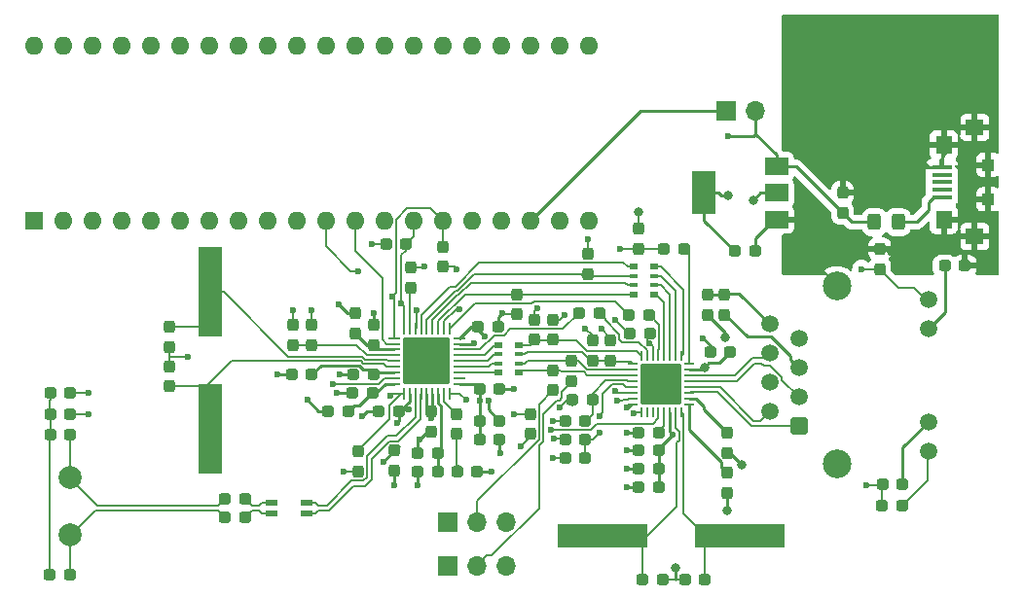
<source format=gtl>
G04 #@! TF.GenerationSoftware,KiCad,Pcbnew,8.0.4*
G04 #@! TF.CreationDate,2024-09-14T16:47:45+09:00*
G04 #@! TF.ProjectId,100base-t1-converter,31303062-6173-4652-9d74-312d636f6e76,rev?*
G04 #@! TF.SameCoordinates,Original*
G04 #@! TF.FileFunction,Copper,L1,Top*
G04 #@! TF.FilePolarity,Positive*
%FSLAX46Y46*%
G04 Gerber Fmt 4.6, Leading zero omitted, Abs format (unit mm)*
G04 Created by KiCad (PCBNEW 8.0.4) date 2024-09-14 16:47:45*
%MOMM*%
%LPD*%
G01*
G04 APERTURE LIST*
G04 Aperture macros list*
%AMRoundRect*
0 Rectangle with rounded corners*
0 $1 Rounding radius*
0 $2 $3 $4 $5 $6 $7 $8 $9 X,Y pos of 4 corners*
0 Add a 4 corners polygon primitive as box body*
4,1,4,$2,$3,$4,$5,$6,$7,$8,$9,$2,$3,0*
0 Add four circle primitives for the rounded corners*
1,1,$1+$1,$2,$3*
1,1,$1+$1,$4,$5*
1,1,$1+$1,$6,$7*
1,1,$1+$1,$8,$9*
0 Add four rect primitives between the rounded corners*
20,1,$1+$1,$2,$3,$4,$5,0*
20,1,$1+$1,$4,$5,$6,$7,0*
20,1,$1+$1,$6,$7,$8,$9,0*
20,1,$1+$1,$8,$9,$2,$3,0*%
G04 Aperture macros list end*
G04 #@! TA.AperFunction,ComponentPad*
%ADD10C,1.500000*%
G04 #@! TD*
G04 #@! TA.AperFunction,ComponentPad*
%ADD11C,2.500000*%
G04 #@! TD*
G04 #@! TA.AperFunction,ComponentPad*
%ADD12RoundRect,0.250500X0.499500X-0.499500X0.499500X0.499500X-0.499500X0.499500X-0.499500X-0.499500X0*%
G04 #@! TD*
G04 #@! TA.AperFunction,SMDPad,CuDef*
%ADD13RoundRect,0.237500X0.237500X-0.287500X0.237500X0.287500X-0.237500X0.287500X-0.237500X-0.287500X0*%
G04 #@! TD*
G04 #@! TA.AperFunction,SMDPad,CuDef*
%ADD14RoundRect,0.237500X-0.287500X-0.237500X0.287500X-0.237500X0.287500X0.237500X-0.287500X0.237500X0*%
G04 #@! TD*
G04 #@! TA.AperFunction,SMDPad,CuDef*
%ADD15RoundRect,0.237500X-0.237500X0.287500X-0.237500X-0.287500X0.237500X-0.287500X0.237500X0.287500X0*%
G04 #@! TD*
G04 #@! TA.AperFunction,SMDPad,CuDef*
%ADD16RoundRect,0.237500X0.287500X0.237500X-0.287500X0.237500X-0.287500X-0.237500X0.287500X-0.237500X0*%
G04 #@! TD*
G04 #@! TA.AperFunction,SMDPad,CuDef*
%ADD17RoundRect,0.250000X-0.325000X-0.450000X0.325000X-0.450000X0.325000X0.450000X-0.325000X0.450000X0*%
G04 #@! TD*
G04 #@! TA.AperFunction,SMDPad,CuDef*
%ADD18R,1.050000X0.600000*%
G04 #@! TD*
G04 #@! TA.AperFunction,ComponentPad*
%ADD19C,2.000000*%
G04 #@! TD*
G04 #@! TA.AperFunction,ComponentPad*
%ADD20O,1.700000X1.700000*%
G04 #@! TD*
G04 #@! TA.AperFunction,ComponentPad*
%ADD21R,1.700000X1.700000*%
G04 #@! TD*
G04 #@! TA.AperFunction,SMDPad,CuDef*
%ADD22R,1.800000X0.400000*%
G04 #@! TD*
G04 #@! TA.AperFunction,SMDPad,CuDef*
%ADD23R,1.400000X1.500000*%
G04 #@! TD*
G04 #@! TA.AperFunction,SMDPad,CuDef*
%ADD24R,1.500000X1.350000*%
G04 #@! TD*
G04 #@! TA.AperFunction,SMDPad,CuDef*
%ADD25R,1.000000X1.100000*%
G04 #@! TD*
G04 #@! TA.AperFunction,SMDPad,CuDef*
%ADD26R,2.000000X3.800000*%
G04 #@! TD*
G04 #@! TA.AperFunction,SMDPad,CuDef*
%ADD27R,2.000000X1.500000*%
G04 #@! TD*
G04 #@! TA.AperFunction,SMDPad,CuDef*
%ADD28RoundRect,0.250002X-1.799998X-1.799998X1.799998X-1.799998X1.799998X1.799998X-1.799998X1.799998X0*%
G04 #@! TD*
G04 #@! TA.AperFunction,ComponentPad*
%ADD29C,0.600000*%
G04 #@! TD*
G04 #@! TA.AperFunction,SMDPad,CuDef*
%ADD30RoundRect,0.062500X-0.475000X-0.062500X0.475000X-0.062500X0.475000X0.062500X-0.475000X0.062500X0*%
G04 #@! TD*
G04 #@! TA.AperFunction,SMDPad,CuDef*
%ADD31RoundRect,0.062500X-0.062500X-0.475000X0.062500X-0.475000X0.062500X0.475000X-0.062500X0.475000X0*%
G04 #@! TD*
G04 #@! TA.AperFunction,ComponentPad*
%ADD32R,1.600000X1.600000*%
G04 #@! TD*
G04 #@! TA.AperFunction,ComponentPad*
%ADD33O,1.600000X1.600000*%
G04 #@! TD*
G04 #@! TA.AperFunction,SMDPad,CuDef*
%ADD34RoundRect,0.249998X1.550002X1.550002X-1.550002X1.550002X-1.550002X-1.550002X1.550002X-1.550002X0*%
G04 #@! TD*
G04 #@! TA.AperFunction,SMDPad,CuDef*
%ADD35RoundRect,0.062500X0.337500X0.062500X-0.337500X0.062500X-0.337500X-0.062500X0.337500X-0.062500X0*%
G04 #@! TD*
G04 #@! TA.AperFunction,SMDPad,CuDef*
%ADD36RoundRect,0.062500X0.062500X0.337500X-0.062500X0.337500X-0.062500X-0.337500X0.062500X-0.337500X0*%
G04 #@! TD*
G04 #@! TA.AperFunction,SMDPad,CuDef*
%ADD37R,2.000000X7.875000*%
G04 #@! TD*
G04 #@! TA.AperFunction,SMDPad,CuDef*
%ADD38R,7.875000X2.000000*%
G04 #@! TD*
G04 #@! TA.AperFunction,SMDPad,CuDef*
%ADD39R,0.800000X0.500000*%
G04 #@! TD*
G04 #@! TA.AperFunction,SMDPad,CuDef*
%ADD40R,0.800000X0.400000*%
G04 #@! TD*
G04 #@! TA.AperFunction,ViaPad*
%ADD41C,0.600000*%
G04 #@! TD*
G04 #@! TA.AperFunction,ViaPad*
%ADD42C,0.800000*%
G04 #@! TD*
G04 #@! TA.AperFunction,Conductor*
%ADD43C,0.250000*%
G04 #@! TD*
G04 #@! TA.AperFunction,Conductor*
%ADD44C,0.152400*%
G04 #@! TD*
G04 #@! TA.AperFunction,Conductor*
%ADD45C,0.203200*%
G04 #@! TD*
G04 #@! TA.AperFunction,Conductor*
%ADD46C,0.254000*%
G04 #@! TD*
G04 #@! TA.AperFunction,Conductor*
%ADD47C,0.200000*%
G04 #@! TD*
G04 APERTURE END LIST*
D10*
G04 #@! TO.P,J5,11*
G04 #@! TO.N,Net-(J5-Pad11)*
X246210000Y-98155000D03*
G04 #@! TO.P,J5,12*
G04 #@! TO.N,Net-(J5-Pad12)*
X246210000Y-95615000D03*
G04 #@! TO.P,J5,10*
G04 #@! TO.N,Net-(J5-Pad10)*
X246210000Y-106325000D03*
G04 #@! TO.P,J5,9*
G04 #@! TO.N,+3V3*
X246210000Y-108865000D03*
D11*
G04 #@! TO.P,J5,SH*
G04 #@! TO.N,GND*
X238260000Y-94495000D03*
D10*
G04 #@! TO.P,J5,8*
X232410000Y-97800000D03*
D11*
G04 #@! TO.P,J5,SH*
X238260000Y-109985000D03*
D10*
G04 #@! TO.P,J5,7*
G04 #@! TO.N,Net-(J5-Pad7)*
X234950000Y-99060000D03*
G04 #@! TO.P,J5,6*
G04 #@! TO.N,/tx_mac/MDI1-*
X232410000Y-100340000D03*
G04 #@! TO.P,J5,5*
G04 #@! TO.N,Net-(C20-Pad2)*
X234950000Y-101600000D03*
G04 #@! TO.P,J5,4*
G04 #@! TO.N,Net-(C19-Pad2)*
X232410000Y-102880000D03*
G04 #@! TO.P,J5,3*
G04 #@! TO.N,/tx_mac/MDI1+*
X234950000Y-104140000D03*
G04 #@! TO.P,J5,2*
G04 #@! TO.N,/tx_mac/MDI0-*
X232410000Y-105420000D03*
D12*
G04 #@! TO.P,J5,1*
G04 #@! TO.N,/tx_mac/MDI0+*
X234950000Y-106680000D03*
G04 #@! TD*
D13*
G04 #@! TO.P,R4,1*
G04 #@! TO.N,/tja1101/RXD0*
X213600000Y-99150000D03*
G04 #@! TO.P,R4,2*
G04 #@! TO.N,GND*
X213600000Y-97400000D03*
G04 #@! TD*
D14*
G04 #@! TO.P,C21,1*
G04 #@! TO.N,GND*
X220250000Y-98600000D03*
G04 #@! TO.P,C21,2*
G04 #@! TO.N,+3V3*
X222000000Y-98600000D03*
G04 #@! TD*
D15*
G04 #@! TO.P,C19,2*
G04 #@! TO.N,Net-(C19-Pad2)*
X227000000Y-97000000D03*
G04 #@! TO.P,C19,1*
G04 #@! TO.N,GND*
X227000000Y-95250000D03*
G04 #@! TD*
D13*
G04 #@! TO.P,C1,1*
G04 #@! TO.N,+5V*
X238760000Y-88110000D03*
G04 #@! TO.P,C1,2*
G04 #@! TO.N,GND*
X238760000Y-86360000D03*
G04 #@! TD*
D14*
G04 #@! TO.P,C2,1*
G04 #@! TO.N,+3V3*
X229390000Y-91440000D03*
G04 #@! TO.P,C2,2*
G04 #@! TO.N,GND*
X231140000Y-91440000D03*
G04 #@! TD*
D13*
G04 #@! TO.P,C3,2*
G04 #@! TO.N,GND*
X198000000Y-97850000D03*
G04 #@! TO.P,C3,1*
G04 #@! TO.N,Net-(C3-Pad1)*
X198000000Y-99600000D03*
G04 #@! TD*
D16*
G04 #@! TO.P,C4,1*
G04 #@! TO.N,GND*
X208950000Y-106200000D03*
G04 #@! TO.P,C4,2*
G04 #@! TO.N,Net-(C4-Pad2)*
X207200000Y-106200000D03*
G04 #@! TD*
D14*
G04 #@! TO.P,C5,1*
G04 #@! TO.N,GND*
X196125000Y-103800000D03*
G04 #@! TO.P,C5,2*
G04 #@! TO.N,Net-(C5-Pad2)*
X197875000Y-103800000D03*
G04 #@! TD*
G04 #@! TO.P,C6,2*
G04 #@! TO.N,Net-(C6-Pad2)*
X197950000Y-102200000D03*
G04 #@! TO.P,C6,1*
G04 #@! TO.N,GND*
X196200000Y-102200000D03*
G04 #@! TD*
D16*
G04 #@! TO.P,C7,2*
G04 #@! TO.N,Net-(C4-Pad2)*
X207200000Y-103400000D03*
G04 #@! TO.P,C7,1*
G04 #@! TO.N,GND*
X208950000Y-103400000D03*
G04 #@! TD*
D14*
G04 #@! TO.P,C8,1*
G04 #@! TO.N,Net-(C4-Pad2)*
X207050000Y-98000000D03*
G04 #@! TO.P,C8,2*
G04 #@! TO.N,GND*
X208800000Y-98000000D03*
G04 #@! TD*
G04 #@! TO.P,C9,2*
G04 #@! TO.N,Net-(C10-Pad2)*
X203550000Y-109000000D03*
G04 #@! TO.P,C9,1*
G04 #@! TO.N,GND*
X201800000Y-109000000D03*
G04 #@! TD*
G04 #@! TO.P,C10,1*
G04 #@! TO.N,GND*
X201800000Y-110600000D03*
G04 #@! TO.P,C10,2*
G04 #@! TO.N,Net-(C10-Pad2)*
X203550000Y-110600000D03*
G04 #@! TD*
D13*
G04 #@! TO.P,C11,1*
G04 #@! TO.N,GND*
X203000000Y-107150000D03*
G04 #@! TO.P,C11,2*
G04 #@! TO.N,Net-(C11-Pad2)*
X203000000Y-105400000D03*
G04 #@! TD*
D16*
G04 #@! TO.P,C12,1*
G04 #@! TO.N,Net-(C11-Pad2)*
X200150000Y-105400000D03*
G04 #@! TO.P,C12,2*
G04 #@! TO.N,GND*
X198400000Y-105400000D03*
G04 #@! TD*
D15*
G04 #@! TO.P,C13,1*
G04 #@! TO.N,GND*
X180200000Y-101450000D03*
G04 #@! TO.P,C13,2*
G04 #@! TO.N,Net-(C13-Pad2)*
X180200000Y-103200000D03*
G04 #@! TD*
D13*
G04 #@! TO.P,C14,2*
G04 #@! TO.N,Net-(C14-Pad2)*
X180200000Y-98000000D03*
G04 #@! TO.P,C14,1*
G04 #@! TO.N,GND*
X180200000Y-99750000D03*
G04 #@! TD*
D14*
G04 #@! TO.P,C15,2*
G04 #@! TO.N,/tja1101/CMC_TRX+*
X186800000Y-113000000D03*
G04 #@! TO.P,C15,1*
G04 #@! TO.N,/TRX+*
X185050000Y-113000000D03*
G04 #@! TD*
D16*
G04 #@! TO.P,C16,1*
G04 #@! TO.N,/tja1101/CMC_TRX-*
X186800000Y-114600000D03*
G04 #@! TO.P,C16,2*
G04 #@! TO.N,/TRX-*
X185050000Y-114600000D03*
G04 #@! TD*
D14*
G04 #@! TO.P,C17,1*
G04 #@! TO.N,Net-(C17-Pad1)*
X169850000Y-103800000D03*
G04 #@! TO.P,C17,2*
G04 #@! TO.N,GND*
X171600000Y-103800000D03*
G04 #@! TD*
G04 #@! TO.P,C18,2*
G04 #@! TO.N,VDDA*
X222800000Y-110400000D03*
G04 #@! TO.P,C18,1*
G04 #@! TO.N,GND*
X221050000Y-110400000D03*
G04 #@! TD*
D15*
G04 #@! TO.P,C20,1*
G04 #@! TO.N,GND*
X228500000Y-95250000D03*
G04 #@! TO.P,C20,2*
G04 #@! TO.N,Net-(C20-Pad2)*
X228500000Y-97000000D03*
G04 #@! TD*
D16*
G04 #@! TO.P,C22,1*
G04 #@! TO.N,Net-(C22-Pad1)*
X216400000Y-107800000D03*
G04 #@! TO.P,C22,2*
G04 #@! TO.N,GND*
X214650000Y-107800000D03*
G04 #@! TD*
D14*
G04 #@! TO.P,C23,1*
G04 #@! TO.N,GND*
X221050000Y-108800000D03*
G04 #@! TO.P,C23,2*
G04 #@! TO.N,VDDA*
X222800000Y-108800000D03*
G04 #@! TD*
G04 #@! TO.P,C24,1*
G04 #@! TO.N,GND*
X221050000Y-107200000D03*
G04 #@! TO.P,C24,2*
G04 #@! TO.N,Net-(C24-Pad2)*
X222800000Y-107200000D03*
G04 #@! TD*
D15*
G04 #@! TO.P,C25,1*
G04 #@! TO.N,Net-(C25-Pad1)*
X228750000Y-107250000D03*
G04 #@! TO.P,C25,2*
G04 #@! TO.N,GND*
X228750000Y-109000000D03*
G04 #@! TD*
D16*
G04 #@! TO.P,C26,2*
G04 #@! TO.N,Net-(C26-Pad2)*
X221400000Y-120000000D03*
G04 #@! TO.P,C26,1*
G04 #@! TO.N,GND*
X223150000Y-120000000D03*
G04 #@! TD*
D14*
G04 #@! TO.P,C27,1*
G04 #@! TO.N,GND*
X225050000Y-120000000D03*
G04 #@! TO.P,C27,2*
G04 #@! TO.N,Net-(C27-Pad2)*
X226800000Y-120000000D03*
G04 #@! TD*
D17*
G04 #@! TO.P,F1,1*
G04 #@! TO.N,+5V*
X241545000Y-88900000D03*
G04 #@! TO.P,F1,2*
G04 #@! TO.N,Net-(F1-Pad2)*
X243595000Y-88900000D03*
G04 #@! TD*
D16*
G04 #@! TO.P,FB1,2*
G04 #@! TO.N,+5V*
X194050000Y-105400000D03*
G04 #@! TO.P,FB1,1*
G04 #@! TO.N,Net-(C5-Pad2)*
X195800000Y-105400000D03*
G04 #@! TD*
G04 #@! TO.P,FB2,1*
G04 #@! TO.N,Net-(C6-Pad2)*
X192600000Y-102200000D03*
G04 #@! TO.P,FB2,2*
G04 #@! TO.N,+3V3*
X190850000Y-102200000D03*
G04 #@! TD*
D14*
G04 #@! TO.P,FB3,1*
G04 #@! TO.N,Net-(C4-Pad2)*
X207200000Y-107800000D03*
G04 #@! TO.P,FB3,2*
G04 #@! TO.N,+3V3*
X208950000Y-107800000D03*
G04 #@! TD*
D13*
G04 #@! TO.P,FB4,1*
G04 #@! TO.N,+3V3*
X199800000Y-110550000D03*
G04 #@! TO.P,FB4,2*
G04 #@! TO.N,Net-(C11-Pad2)*
X199800000Y-108800000D03*
G04 #@! TD*
D16*
G04 #@! TO.P,FB5,2*
G04 #@! TO.N,+3V3*
X221050000Y-112000000D03*
G04 #@! TO.P,FB5,1*
G04 #@! TO.N,VDDA*
X222800000Y-112000000D03*
G04 #@! TD*
D18*
G04 #@! TO.P,FL1,4*
G04 #@! TO.N,/tja1101/CMC_TRX-*
X189075000Y-114300000D03*
G04 #@! TO.P,FL1,1*
G04 #@! TO.N,/tja1101/CHIP_TRX-*
X192125000Y-114300000D03*
G04 #@! TO.P,FL1,3*
G04 #@! TO.N,/tja1101/CMC_TRX+*
X189075000Y-113300000D03*
G04 #@! TO.P,FL1,2*
G04 #@! TO.N,/tja1101/CHIP_TRX+*
X192125000Y-113300000D03*
G04 #@! TD*
D19*
G04 #@! TO.P,J1,1*
G04 #@! TO.N,/TRX+*
X171600000Y-111100000D03*
G04 #@! TO.P,J1,2*
G04 #@! TO.N,/TRX-*
X171600000Y-116100000D03*
G04 #@! TD*
D20*
G04 #@! TO.P,J2,3*
G04 #@! TO.N,+3V3*
X209540000Y-118800000D03*
G04 #@! TO.P,J2,2*
G04 #@! TO.N,Net-(J2-Pad2)*
X207000000Y-118800000D03*
D21*
G04 #@! TO.P,J2,1*
G04 #@! TO.N,GND*
X204460000Y-118800000D03*
G04 #@! TD*
G04 #@! TO.P,J3,1*
G04 #@! TO.N,GND*
X204460000Y-115000000D03*
D20*
G04 #@! TO.P,J3,2*
G04 #@! TO.N,Net-(J3-Pad2)*
X207000000Y-115000000D03*
G04 #@! TO.P,J3,3*
G04 #@! TO.N,+3V3*
X209540000Y-115000000D03*
G04 #@! TD*
D21*
G04 #@! TO.P,J4,1*
G04 #@! TO.N,Net-(J4-Pad1)*
X228600000Y-79200000D03*
D20*
G04 #@! TO.P,J4,2*
G04 #@! TO.N,+5V*
X231140000Y-79200000D03*
G04 #@! TD*
D22*
G04 #@! TO.P,J6,5*
G04 #@! TO.N,GND*
X247400000Y-84120000D03*
D23*
G04 #@! TO.P,J6,6*
X247570000Y-88670000D03*
X247570000Y-82170000D03*
D24*
X250270000Y-90170000D03*
X250270000Y-80670000D03*
D25*
X251420000Y-83920000D03*
X251420000Y-86920000D03*
D22*
G04 #@! TO.P,J6,4*
G04 #@! TO.N,Net-(J6-Pad4)*
X247400000Y-84770000D03*
G04 #@! TO.P,J6,3*
G04 #@! TO.N,Net-(J6-Pad3)*
X247400000Y-85420000D03*
G04 #@! TO.P,J6,2*
G04 #@! TO.N,Net-(J6-Pad2)*
X247400000Y-86070000D03*
G04 #@! TO.P,J6,1*
G04 #@! TO.N,Net-(F1-Pad2)*
X247400000Y-86720000D03*
G04 #@! TD*
D15*
G04 #@! TO.P,R1,2*
G04 #@! TO.N,+3V3*
X204000000Y-92800000D03*
G04 #@! TO.P,R1,1*
G04 #@! TO.N,/micro/MDC*
X204000000Y-91050000D03*
G04 #@! TD*
D14*
G04 #@! TO.P,R2,1*
G04 #@! TO.N,+3V3*
X199050000Y-90800000D03*
G04 #@! TO.P,R2,2*
G04 #@! TO.N,/micro/MDIO*
X200800000Y-90800000D03*
G04 #@! TD*
D13*
G04 #@! TO.P,R3,1*
G04 #@! TO.N,Net-(J2-Pad2)*
X215200000Y-102750000D03*
G04 #@! TO.P,R3,2*
G04 #@! TO.N,/tja1101/RXD2*
X215200000Y-101000000D03*
G04 #@! TD*
G04 #@! TO.P,R5,2*
G04 #@! TO.N,+3V3*
X212000000Y-97400000D03*
G04 #@! TO.P,R5,1*
G04 #@! TO.N,/tja1101/RXD0*
X212000000Y-99150000D03*
G04 #@! TD*
G04 #@! TO.P,R6,1*
G04 #@! TO.N,Net-(J3-Pad2)*
X213600000Y-103550000D03*
G04 #@! TO.P,R6,2*
G04 #@! TO.N,/tja1101/RXD3*
X213600000Y-101800000D03*
G04 #@! TD*
G04 #@! TO.P,R7,1*
G04 #@! TO.N,/tja1101/RXD1*
X218600000Y-100950000D03*
G04 #@! TO.P,R7,2*
G04 #@! TO.N,GND*
X218600000Y-99200000D03*
G04 #@! TD*
G04 #@! TO.P,R8,2*
G04 #@! TO.N,+3V3*
X217000000Y-99200000D03*
G04 #@! TO.P,R8,1*
G04 #@! TO.N,/tja1101/RXD1*
X217000000Y-100950000D03*
G04 #@! TD*
G04 #@! TO.P,R9,2*
G04 #@! TO.N,+3V3*
X201200000Y-92850000D03*
G04 #@! TO.P,R9,1*
G04 #@! TO.N,Net-(R9-Pad1)*
X201200000Y-94600000D03*
G04 #@! TD*
D14*
G04 #@! TO.P,R10,1*
G04 #@! TO.N,+3V3*
X214650000Y-106200000D03*
G04 #@! TO.P,R10,2*
G04 #@! TO.N,/tja1101/RXDV*
X216400000Y-106200000D03*
G04 #@! TD*
D16*
G04 #@! TO.P,R11,1*
G04 #@! TO.N,+3V3*
X207000000Y-110600000D03*
G04 #@! TO.P,R11,2*
G04 #@! TO.N,/tja1101/RXER*
X205250000Y-110600000D03*
G04 #@! TD*
D13*
G04 #@! TO.P,R12,1*
G04 #@! TO.N,Net-(C3-Pad1)*
X196400000Y-98600000D03*
G04 #@! TO.P,R12,2*
G04 #@! TO.N,+3V3*
X196400000Y-96850000D03*
G04 #@! TD*
D14*
G04 #@! TO.P,R13,1*
G04 #@! TO.N,Net-(R13-Pad1)*
X215250000Y-104400000D03*
G04 #@! TO.P,R13,2*
G04 #@! TO.N,/tja1101/RXDV*
X217000000Y-104400000D03*
G04 #@! TD*
D15*
G04 #@! TO.P,R14,1*
G04 #@! TO.N,Net-(R14-Pad1)*
X205200000Y-105600000D03*
G04 #@! TO.P,R14,2*
G04 #@! TO.N,/tja1101/RXER*
X205200000Y-107350000D03*
G04 #@! TD*
D13*
G04 #@! TO.P,R15,2*
G04 #@! TO.N,GND*
X191000000Y-97850000D03*
G04 #@! TO.P,R15,1*
G04 #@! TO.N,Net-(R15-Pad1)*
X191000000Y-99600000D03*
G04 #@! TD*
D15*
G04 #@! TO.P,R16,1*
G04 #@! TO.N,+3V3*
X192600000Y-97850000D03*
G04 #@! TO.P,R16,2*
G04 #@! TO.N,Net-(R15-Pad1)*
X192600000Y-99600000D03*
G04 #@! TD*
G04 #@! TO.P,R17,2*
G04 #@! TO.N,GND*
X196600000Y-110600000D03*
G04 #@! TO.P,R17,1*
G04 #@! TO.N,/micro/INH*
X196600000Y-108850000D03*
G04 #@! TD*
D16*
G04 #@! TO.P,R18,1*
G04 #@! TO.N,GND*
X171600000Y-105600000D03*
G04 #@! TO.P,R18,2*
G04 #@! TO.N,Net-(C17-Pad1)*
X169850000Y-105600000D03*
G04 #@! TD*
D14*
G04 #@! TO.P,R19,1*
G04 #@! TO.N,Net-(C17-Pad1)*
X169800000Y-119600000D03*
G04 #@! TO.P,R19,2*
G04 #@! TO.N,/TRX-*
X171550000Y-119600000D03*
G04 #@! TD*
G04 #@! TO.P,R20,2*
G04 #@! TO.N,/TRX+*
X171600000Y-107400000D03*
G04 #@! TO.P,R20,1*
G04 #@! TO.N,Net-(C17-Pad1)*
X169850000Y-107400000D03*
G04 #@! TD*
D16*
G04 #@! TO.P,R21,1*
G04 #@! TO.N,GND*
X249400000Y-92710000D03*
G04 #@! TO.P,R21,2*
G04 #@! TO.N,Net-(J5-Pad11)*
X247650000Y-92710000D03*
G04 #@! TD*
D13*
G04 #@! TO.P,R22,2*
G04 #@! TO.N,GND*
X242000000Y-91250000D03*
G04 #@! TO.P,R22,1*
G04 #@! TO.N,Net-(J5-Pad12)*
X242000000Y-93000000D03*
G04 #@! TD*
D14*
G04 #@! TO.P,R23,2*
G04 #@! TO.N,Net-(J5-Pad10)*
X244000000Y-111760000D03*
G04 #@! TO.P,R23,1*
G04 #@! TO.N,Net-(R23-Pad1)*
X242250000Y-111760000D03*
G04 #@! TD*
D13*
G04 #@! TO.P,R24,2*
G04 #@! TO.N,Net-(R24-Pad2)*
X228750000Y-110750000D03*
G04 #@! TO.P,R24,1*
G04 #@! TO.N,GND*
X228750000Y-112500000D03*
G04 #@! TD*
D16*
G04 #@! TO.P,R25,1*
G04 #@! TO.N,+3V3*
X243950000Y-113600000D03*
G04 #@! TO.P,R25,2*
G04 #@! TO.N,Net-(R23-Pad1)*
X242200000Y-113600000D03*
G04 #@! TD*
G04 #@! TO.P,R26,1*
G04 #@! TO.N,Net-(C22-Pad1)*
X216400000Y-109400000D03*
G04 #@! TO.P,R26,2*
G04 #@! TO.N,+3V3*
X214650000Y-109400000D03*
G04 #@! TD*
D14*
G04 #@! TO.P,R27,1*
G04 #@! TO.N,/tx_mac/RXC*
X220200000Y-97000000D03*
G04 #@! TO.P,R27,2*
G04 #@! TO.N,Net-(R27-Pad2)*
X221950000Y-97000000D03*
G04 #@! TD*
G04 #@! TO.P,R28,2*
G04 #@! TO.N,Net-(R28-Pad2)*
X217600000Y-96800000D03*
G04 #@! TO.P,R28,1*
G04 #@! TO.N,/tja1101/RXC*
X215850000Y-96800000D03*
G04 #@! TD*
D13*
G04 #@! TO.P,R29,2*
G04 #@! TO.N,/tx_mac/RXER*
X211600000Y-105600000D03*
G04 #@! TO.P,R29,1*
G04 #@! TO.N,GND*
X211600000Y-107350000D03*
G04 #@! TD*
D15*
G04 #@! TO.P,R30,1*
G04 #@! TO.N,GND*
X216600000Y-91650000D03*
G04 #@! TO.P,R30,2*
G04 #@! TO.N,/tx_mac/RXD1*
X216600000Y-93400000D03*
G04 #@! TD*
G04 #@! TO.P,R31,2*
G04 #@! TO.N,/tx_mac/RXDV*
X221000000Y-91200000D03*
G04 #@! TO.P,R31,1*
G04 #@! TO.N,GND*
X221000000Y-89450000D03*
G04 #@! TD*
D13*
G04 #@! TO.P,R32,2*
G04 #@! TO.N,/tx_mac/RXD3*
X210400000Y-95200000D03*
G04 #@! TO.P,R32,1*
G04 #@! TO.N,GND*
X210400000Y-96950000D03*
G04 #@! TD*
D14*
G04 #@! TO.P,R33,2*
G04 #@! TO.N,Net-(R33-Pad2)*
X225000000Y-91200000D03*
G04 #@! TO.P,R33,1*
G04 #@! TO.N,/tx_mac/RXDV*
X223250000Y-91200000D03*
G04 #@! TD*
D26*
G04 #@! TO.P,U1,2*
G04 #@! TO.N,+3V3*
X226720000Y-86360000D03*
D27*
X233020000Y-86360000D03*
G04 #@! TO.P,U1,3*
G04 #@! TO.N,+5V*
X233020000Y-84060000D03*
G04 #@! TO.P,U1,1*
G04 #@! TO.N,GND*
X233020000Y-88660000D03*
G04 #@! TD*
D28*
G04 #@! TO.P,U2,37*
G04 #@! TO.N,GND*
X202600000Y-101000000D03*
D29*
X201600000Y-100000000D03*
X202600000Y-100000000D03*
X203600000Y-100000000D03*
X201600000Y-101000000D03*
X202600000Y-101000000D03*
X203600000Y-101000000D03*
X201600000Y-102000000D03*
X202600000Y-102000000D03*
X203600000Y-102000000D03*
D30*
G04 #@! TO.P,U2,1*
G04 #@! TO.N,/micro/MDC*
X199762500Y-99000000D03*
G04 #@! TO.P,U2,2*
G04 #@! TO.N,/micro/~{INT}*
X199762500Y-99500000D03*
G04 #@! TO.P,U2,3*
G04 #@! TO.N,Net-(C3-Pad1)*
X199762500Y-100000000D03*
G04 #@! TO.P,U2,4*
G04 #@! TO.N,Net-(R15-Pad1)*
X199762500Y-100500000D03*
G04 #@! TO.P,U2,5*
G04 #@! TO.N,Net-(C14-Pad2)*
X199762500Y-101000000D03*
G04 #@! TO.P,U2,6*
G04 #@! TO.N,Net-(C13-Pad2)*
X199762500Y-101500000D03*
G04 #@! TO.P,U2,7*
G04 #@! TO.N,Net-(C6-Pad2)*
X199762500Y-102000000D03*
G04 #@! TO.P,U2,8*
G04 #@! TO.N,/micro/WAKE_IN_OUT*
X199762500Y-102500000D03*
G04 #@! TO.P,U2,9*
G04 #@! TO.N,Net-(C5-Pad2)*
X199762500Y-103000000D03*
D31*
G04 #@! TO.P,U2,10*
G04 #@! TO.N,/micro/INH*
X200600000Y-103837500D03*
G04 #@! TO.P,U2,11*
G04 #@! TO.N,Net-(C11-Pad2)*
X201100000Y-103837500D03*
G04 #@! TO.P,U2,12*
G04 #@! TO.N,/tja1101/CHIP_TRX+*
X201600000Y-103837500D03*
G04 #@! TO.P,U2,13*
G04 #@! TO.N,/tja1101/CHIP_TRX-*
X202100000Y-103837500D03*
G04 #@! TO.P,U2,14*
G04 #@! TO.N,Net-(C11-Pad2)*
X202600000Y-103837500D03*
G04 #@! TO.P,U2,15*
X203100000Y-103837500D03*
G04 #@! TO.P,U2,16*
G04 #@! TO.N,Net-(C10-Pad2)*
X203600000Y-103837500D03*
G04 #@! TO.P,U2,17*
G04 #@! TO.N,Net-(R14-Pad1)*
X204100000Y-103837500D03*
G04 #@! TO.P,U2,18*
G04 #@! TO.N,Net-(R13-Pad1)*
X204600000Y-103837500D03*
D30*
G04 #@! TO.P,U2,19*
G04 #@! TO.N,Net-(C4-Pad2)*
X205437500Y-103000000D03*
G04 #@! TO.P,U2,20*
G04 #@! TO.N,/tja1101/CLK_IN_OUT*
X205437500Y-102500000D03*
G04 #@! TO.P,U2,21*
G04 #@! TO.N,Net-(RN1-Pad5)*
X205437500Y-102000000D03*
G04 #@! TO.P,U2,22*
G04 #@! TO.N,Net-(RN1-Pad6)*
X205437500Y-101500000D03*
G04 #@! TO.P,U2,23*
G04 #@! TO.N,Net-(RN1-Pad7)*
X205437500Y-101000000D03*
G04 #@! TO.P,U2,24*
G04 #@! TO.N,Net-(RN1-Pad8)*
X205437500Y-100500000D03*
G04 #@! TO.P,U2,25*
G04 #@! TO.N,/tja1101/RXC*
X205437500Y-100000000D03*
G04 #@! TO.P,U2,26*
G04 #@! TO.N,GND*
X205437500Y-99500000D03*
G04 #@! TO.P,U2,27*
G04 #@! TO.N,Net-(C4-Pad2)*
X205437500Y-99000000D03*
D31*
G04 #@! TO.P,U2,28*
G04 #@! TO.N,/tx_mac/RXC*
X204600000Y-98162500D03*
G04 #@! TO.P,U2,29*
G04 #@! TO.N,/tx_mac/RXDV*
X204100000Y-98162500D03*
G04 #@! TO.P,U2,30*
G04 #@! TO.N,/tx_mac/RXD3*
X203600000Y-98162500D03*
G04 #@! TO.P,U2,31*
G04 #@! TO.N,/tx_mac/RXD2*
X203100000Y-98162500D03*
G04 #@! TO.P,U2,32*
G04 #@! TO.N,/tx_mac/RXD1*
X202600000Y-98162500D03*
G04 #@! TO.P,U2,33*
G04 #@! TO.N,/tx_mac/RXD0*
X202100000Y-98162500D03*
G04 #@! TO.P,U2,34*
G04 #@! TO.N,/tx_mac/RXER*
X201600000Y-98162500D03*
G04 #@! TO.P,U2,35*
G04 #@! TO.N,Net-(R9-Pad1)*
X201100000Y-98162500D03*
G04 #@! TO.P,U2,36*
G04 #@! TO.N,/micro/MDIO*
X200600000Y-98162500D03*
G04 #@! TD*
D32*
G04 #@! TO.P,U3,1*
G04 #@! TO.N,Net-(U3-Pad1)*
X168400000Y-88800000D03*
D33*
G04 #@! TO.P,U3,21*
G04 #@! TO.N,Net-(U3-Pad21)*
X216660000Y-73560000D03*
G04 #@! TO.P,U3,2*
G04 #@! TO.N,Net-(U3-Pad2)*
X170940000Y-88800000D03*
G04 #@! TO.P,U3,22*
G04 #@! TO.N,Net-(U3-Pad22)*
X214120000Y-73560000D03*
G04 #@! TO.P,U3,3*
G04 #@! TO.N,Net-(U3-Pad3)*
X173480000Y-88800000D03*
G04 #@! TO.P,U3,23*
G04 #@! TO.N,Net-(U3-Pad23)*
X211580000Y-73560000D03*
G04 #@! TO.P,U3,4*
G04 #@! TO.N,Net-(U3-Pad4)*
X176020000Y-88800000D03*
G04 #@! TO.P,U3,24*
G04 #@! TO.N,Net-(U3-Pad24)*
X209040000Y-73560000D03*
G04 #@! TO.P,U3,5*
G04 #@! TO.N,Net-(U3-Pad5)*
X178560000Y-88800000D03*
G04 #@! TO.P,U3,25*
G04 #@! TO.N,Net-(U3-Pad25)*
X206500000Y-73560000D03*
G04 #@! TO.P,U3,6*
G04 #@! TO.N,Net-(U3-Pad6)*
X181100000Y-88800000D03*
G04 #@! TO.P,U3,26*
G04 #@! TO.N,Net-(U3-Pad26)*
X203960000Y-73560000D03*
G04 #@! TO.P,U3,7*
G04 #@! TO.N,Net-(U3-Pad7)*
X183640000Y-88800000D03*
G04 #@! TO.P,U3,27*
G04 #@! TO.N,Net-(U3-Pad27)*
X201420000Y-73560000D03*
G04 #@! TO.P,U3,8*
G04 #@! TO.N,Net-(U3-Pad8)*
X186180000Y-88800000D03*
G04 #@! TO.P,U3,28*
G04 #@! TO.N,Net-(U3-Pad28)*
X198880000Y-73560000D03*
G04 #@! TO.P,U3,9*
G04 #@! TO.N,Net-(U3-Pad9)*
X188720000Y-88800000D03*
G04 #@! TO.P,U3,29*
G04 #@! TO.N,Net-(U3-Pad29)*
X196340000Y-73560000D03*
G04 #@! TO.P,U3,10*
G04 #@! TO.N,Net-(U3-Pad10)*
X191260000Y-88800000D03*
G04 #@! TO.P,U3,30*
G04 #@! TO.N,Net-(U3-Pad30)*
X193800000Y-73560000D03*
G04 #@! TO.P,U3,11*
G04 #@! TO.N,/micro/INH*
X193800000Y-88800000D03*
G04 #@! TO.P,U3,31*
G04 #@! TO.N,Net-(U3-Pad31)*
X191260000Y-73560000D03*
G04 #@! TO.P,U3,12*
G04 #@! TO.N,/micro/~{INT}*
X196340000Y-88800000D03*
G04 #@! TO.P,U3,32*
G04 #@! TO.N,Net-(U3-Pad32)*
X188720000Y-73560000D03*
G04 #@! TO.P,U3,13*
G04 #@! TO.N,/micro/WAKE_IN_OUT*
X198880000Y-88800000D03*
G04 #@! TO.P,U3,33*
G04 #@! TO.N,Net-(U3-Pad33)*
X186180000Y-73560000D03*
G04 #@! TO.P,U3,14*
G04 #@! TO.N,/micro/MDIO*
X201420000Y-88800000D03*
G04 #@! TO.P,U3,34*
G04 #@! TO.N,Net-(U3-Pad34)*
X183640000Y-73560000D03*
G04 #@! TO.P,U3,15*
G04 #@! TO.N,/micro/MDC*
X203960000Y-88800000D03*
G04 #@! TO.P,U3,35*
G04 #@! TO.N,Net-(U3-Pad35)*
X181100000Y-73560000D03*
G04 #@! TO.P,U3,16*
G04 #@! TO.N,Net-(U3-Pad16)*
X206500000Y-88800000D03*
G04 #@! TO.P,U3,36*
G04 #@! TO.N,Net-(U3-Pad36)*
X178560000Y-73560000D03*
G04 #@! TO.P,U3,17*
G04 #@! TO.N,Net-(U3-Pad17)*
X209040000Y-88800000D03*
G04 #@! TO.P,U3,37*
G04 #@! TO.N,Net-(U3-Pad37)*
X176020000Y-73560000D03*
G04 #@! TO.P,U3,18*
G04 #@! TO.N,Net-(J4-Pad1)*
X211580000Y-88800000D03*
G04 #@! TO.P,U3,38*
G04 #@! TO.N,Net-(U3-Pad38)*
X173480000Y-73560000D03*
G04 #@! TO.P,U3,19*
G04 #@! TO.N,GND*
X214120000Y-88800000D03*
G04 #@! TO.P,U3,39*
X170940000Y-73560000D03*
G04 #@! TO.P,U3,20*
G04 #@! TO.N,Net-(U3-Pad20)*
X216660000Y-88800000D03*
G04 #@! TO.P,U3,40*
G04 #@! TO.N,GND*
X168400000Y-73560000D03*
G04 #@! TD*
D34*
G04 #@! TO.P,U4,33*
G04 #@! TO.N,GND*
X223000000Y-103000000D03*
D29*
X224000000Y-104000000D03*
X223000000Y-104000000D03*
X222000000Y-104000000D03*
X224000000Y-103000000D03*
X223000000Y-103000000D03*
X222000000Y-103000000D03*
X224000000Y-102000000D03*
X223000000Y-102000000D03*
X222000000Y-102000000D03*
D35*
G04 #@! TO.P,U4,1*
G04 #@! TO.N,Net-(R24-Pad2)*
X225450000Y-104750000D03*
G04 #@! TO.P,U4,2*
G04 #@! TO.N,Net-(C25-Pad1)*
X225450000Y-104250000D03*
G04 #@! TO.P,U4,3*
G04 #@! TO.N,/tx_mac/MDI0+*
X225450000Y-103750000D03*
G04 #@! TO.P,U4,4*
G04 #@! TO.N,/tx_mac/MDI0-*
X225450000Y-103250000D03*
G04 #@! TO.P,U4,5*
G04 #@! TO.N,/tx_mac/MDI1+*
X225450000Y-102750000D03*
G04 #@! TO.P,U4,6*
G04 #@! TO.N,/tx_mac/MDI1-*
X225450000Y-102250000D03*
G04 #@! TO.P,U4,7*
G04 #@! TO.N,VDDA*
X225450000Y-101750000D03*
G04 #@! TO.P,U4,8*
G04 #@! TO.N,Net-(R33-Pad2)*
X225450000Y-101250000D03*
D36*
G04 #@! TO.P,U4,9*
G04 #@! TO.N,Net-(RN2-Pad1)*
X224750000Y-100550000D03*
G04 #@! TO.P,U4,10*
G04 #@! TO.N,Net-(RN2-Pad2)*
X224250000Y-100550000D03*
G04 #@! TO.P,U4,11*
G04 #@! TO.N,Net-(RN2-Pad3)*
X223750000Y-100550000D03*
G04 #@! TO.P,U4,12*
G04 #@! TO.N,Net-(RN2-Pad4)*
X223250000Y-100550000D03*
G04 #@! TO.P,U4,13*
G04 #@! TO.N,Net-(R27-Pad2)*
X222750000Y-100550000D03*
G04 #@! TO.P,U4,14*
G04 #@! TO.N,+3V3*
X222250000Y-100550000D03*
G04 #@! TO.P,U4,15*
G04 #@! TO.N,Net-(R28-Pad2)*
X221750000Y-100550000D03*
G04 #@! TO.P,U4,16*
G04 #@! TO.N,/tja1101/RXD0*
X221250000Y-100550000D03*
D35*
G04 #@! TO.P,U4,17*
G04 #@! TO.N,/tja1101/RXD1*
X220550000Y-101250000D03*
G04 #@! TO.P,U4,18*
G04 #@! TO.N,/tja1101/RXD2*
X220550000Y-101750000D03*
G04 #@! TO.P,U4,19*
G04 #@! TO.N,/tja1101/RXD3*
X220550000Y-102250000D03*
G04 #@! TO.P,U4,20*
G04 #@! TO.N,/tja1101/RXDV*
X220550000Y-102750000D03*
G04 #@! TO.P,U4,21*
G04 #@! TO.N,Net-(C22-Pad1)*
X220550000Y-103250000D03*
G04 #@! TO.P,U4,22*
G04 #@! TO.N,/micro/MDC*
X220550000Y-103750000D03*
G04 #@! TO.P,U4,23*
G04 #@! TO.N,/micro/MDIO*
X220550000Y-104250000D03*
G04 #@! TO.P,U4,24*
G04 #@! TO.N,Net-(J5-Pad12)*
X220550000Y-104750000D03*
D36*
G04 #@! TO.P,U4,25*
G04 #@! TO.N,Net-(R23-Pad1)*
X221250000Y-105450000D03*
G04 #@! TO.P,U4,26*
G04 #@! TO.N,/tx_mac/CRS*
X221750000Y-105450000D03*
G04 #@! TO.P,U4,27*
G04 #@! TO.N,/tx_mac/COL*
X222250000Y-105450000D03*
G04 #@! TO.P,U4,28*
G04 #@! TO.N,/tx_mac/RXER*
X222750000Y-105450000D03*
G04 #@! TO.P,U4,29*
G04 #@! TO.N,Net-(C24-Pad2)*
X223250000Y-105450000D03*
G04 #@! TO.P,U4,30*
G04 #@! TO.N,VDDA*
X223750000Y-105450000D03*
G04 #@! TO.P,U4,31*
G04 #@! TO.N,Net-(C26-Pad2)*
X224250000Y-105450000D03*
G04 #@! TO.P,U4,32*
G04 #@! TO.N,Net-(C27-Pad2)*
X224750000Y-105450000D03*
G04 #@! TD*
D37*
G04 #@! TO.P,Y1,2*
G04 #@! TO.N,Net-(C13-Pad2)*
X183800000Y-106875000D03*
G04 #@! TO.P,Y1,1*
G04 #@! TO.N,Net-(C14-Pad2)*
X183800000Y-95000000D03*
G04 #@! TD*
D38*
G04 #@! TO.P,Y2,1*
G04 #@! TO.N,Net-(C26-Pad2)*
X217925000Y-116200000D03*
G04 #@! TO.P,Y2,2*
G04 #@! TO.N,Net-(C27-Pad2)*
X229800000Y-116200000D03*
G04 #@! TD*
D14*
G04 #@! TO.P,C28,1*
G04 #@! TO.N,GND*
X227250000Y-100250000D03*
G04 #@! TO.P,C28,2*
G04 #@! TO.N,VDDA*
X229000000Y-100250000D03*
G04 #@! TD*
D39*
G04 #@! TO.P,RN1,8*
G04 #@! TO.N,Net-(RN1-Pad8)*
X208800000Y-99600000D03*
D40*
G04 #@! TO.P,RN1,7*
G04 #@! TO.N,Net-(RN1-Pad7)*
X208800000Y-100400000D03*
D39*
G04 #@! TO.P,RN1,5*
G04 #@! TO.N,Net-(RN1-Pad5)*
X208800000Y-102000000D03*
D40*
G04 #@! TO.P,RN1,6*
G04 #@! TO.N,Net-(RN1-Pad6)*
X208800000Y-101200000D03*
D39*
G04 #@! TO.P,RN1,1*
G04 #@! TO.N,/tja1101/RXD0*
X210600000Y-99600000D03*
D40*
G04 #@! TO.P,RN1,3*
G04 #@! TO.N,/tja1101/RXD2*
X210600000Y-101200000D03*
G04 #@! TO.P,RN1,2*
G04 #@! TO.N,/tja1101/RXD1*
X210600000Y-100400000D03*
D39*
G04 #@! TO.P,RN1,4*
G04 #@! TO.N,/tja1101/RXD3*
X210600000Y-102000000D03*
G04 #@! TD*
G04 #@! TO.P,RN2,8*
G04 #@! TO.N,/tx_mac/RXD0*
X220600000Y-92800000D03*
D40*
G04 #@! TO.P,RN2,7*
G04 #@! TO.N,/tx_mac/RXD1*
X220600000Y-93600000D03*
D39*
G04 #@! TO.P,RN2,5*
G04 #@! TO.N,/tx_mac/RXD3*
X220600000Y-95200000D03*
D40*
G04 #@! TO.P,RN2,6*
G04 #@! TO.N,/tx_mac/RXD2*
X220600000Y-94400000D03*
D39*
G04 #@! TO.P,RN2,1*
G04 #@! TO.N,Net-(RN2-Pad1)*
X222400000Y-92800000D03*
D40*
G04 #@! TO.P,RN2,3*
G04 #@! TO.N,Net-(RN2-Pad3)*
X222400000Y-94400000D03*
G04 #@! TO.P,RN2,2*
G04 #@! TO.N,Net-(RN2-Pad2)*
X222400000Y-93600000D03*
D39*
G04 #@! TO.P,RN2,4*
G04 #@! TO.N,Net-(RN2-Pad4)*
X222400000Y-95200000D03*
G04 #@! TD*
D41*
G04 #@! TO.N,+5V*
X192200000Y-104400000D03*
X228800000Y-81400000D03*
D42*
G04 #@! TO.N,GND*
X235500000Y-88500000D03*
X245500000Y-82000000D03*
X243000000Y-82000000D03*
X240500000Y-82000000D03*
X238000000Y-82000000D03*
X235500000Y-82000000D03*
X235500000Y-91500000D03*
X238000000Y-91500000D03*
X240500000Y-91500000D03*
X245500000Y-91500000D03*
X243000000Y-91500000D03*
X245500000Y-86500000D03*
X243000000Y-86000000D03*
X240500000Y-85000000D03*
X237000000Y-84500000D03*
X230000000Y-110000000D03*
X228750000Y-114000000D03*
X221000000Y-88000000D03*
D41*
X220000000Y-107200000D03*
X220000000Y-108800000D03*
X220000000Y-110400000D03*
X210200000Y-103400000D03*
X207980845Y-104423790D03*
X219000000Y-97400000D03*
X206670572Y-99423790D03*
X217800000Y-98200000D03*
X214600000Y-97000000D03*
X209200000Y-96800000D03*
X216600000Y-90400000D03*
X197000000Y-105800000D03*
X202000000Y-107800000D03*
X201800000Y-111800000D03*
X213681259Y-107748941D03*
X194800000Y-103800000D03*
X195400000Y-110600000D03*
X195000000Y-102200000D03*
X181800000Y-100600000D03*
X191000000Y-96600000D03*
X198000000Y-96800000D03*
X173200000Y-105600000D03*
X173200000Y-103800000D03*
X210800000Y-108400000D03*
X226600000Y-99000000D03*
D42*
X224200000Y-119000000D03*
G04 #@! TO.N,+3V3*
X231000000Y-87000000D03*
D41*
X221953957Y-99417513D03*
D42*
X228800000Y-86600000D03*
D41*
X220000000Y-112000000D03*
X213600000Y-109400000D03*
X209000000Y-109000000D03*
X216400000Y-98200000D03*
X212200000Y-96400000D03*
X202400000Y-92800000D03*
X199800000Y-111800000D03*
X213588956Y-106222623D03*
X189600000Y-102200000D03*
X192600000Y-96600000D03*
X205200000Y-93000000D03*
X197800000Y-90800000D03*
X194976210Y-96092558D03*
X208200000Y-110600000D03*
G04 #@! TO.N,Net-(C4-Pad2)*
X207180832Y-104423790D03*
X207618977Y-98818977D03*
G04 #@! TO.N,Net-(C11-Pad2)*
X203000000Y-106000000D03*
X201000000Y-105200000D03*
X200000000Y-106400000D03*
X198800000Y-109800000D03*
D42*
G04 #@! TO.N,VDDA*
X226750000Y-101575000D03*
D41*
X224000000Y-107400000D03*
D42*
G04 #@! TO.N,Net-(C19-Pad2)*
X228515000Y-98985000D03*
D41*
G04 #@! TO.N,Net-(C22-Pad1)*
X217600000Y-107200000D03*
X217600000Y-105800000D03*
G04 #@! TO.N,Net-(J5-Pad12)*
X240400000Y-93000000D03*
X220012741Y-105006727D03*
G04 #@! TO.N,/micro/MDC*
X219000000Y-103600000D03*
X199600000Y-95400000D03*
G04 #@! TO.N,/micro/MDIO*
X200400000Y-96000000D03*
X219154045Y-104464534D03*
G04 #@! TO.N,Net-(R13-Pad1)*
X206000000Y-104400000D03*
X214200000Y-105000000D03*
G04 #@! TO.N,/micro/INH*
X199400000Y-104000000D03*
X196600000Y-93200000D03*
G04 #@! TO.N,Net-(R23-Pad1)*
X240800000Y-111800000D03*
X220600000Y-105550000D03*
G04 #@! TO.N,/tx_mac/RXER*
X210200000Y-105600000D03*
X201676210Y-96592558D03*
X213400000Y-107000000D03*
G04 #@! TO.N,/tx_mac/RXDV*
X219400000Y-91200000D03*
X205469942Y-96469942D03*
G04 #@! TO.N,/micro/WAKE_IN_OUT*
X194400000Y-103000000D03*
G04 #@! TD*
D43*
G04 #@! TO.N,+5V*
X234710000Y-84060000D02*
X238760000Y-88110000D01*
X233020000Y-84060000D02*
X234710000Y-84060000D01*
X239550000Y-88900000D02*
X241545000Y-88900000D01*
X238760000Y-88110000D02*
X239550000Y-88900000D01*
X233020000Y-83060000D02*
X231200000Y-81240000D01*
X233020000Y-84060000D02*
X233020000Y-83060000D01*
X231200000Y-81240000D02*
X231200000Y-79400000D01*
X193200000Y-105400000D02*
X192200000Y-104400000D01*
X194050000Y-105400000D02*
X193200000Y-105400000D01*
X231040000Y-81400000D02*
X231200000Y-81240000D01*
X228800000Y-81400000D02*
X231040000Y-81400000D01*
G04 #@! TO.N,GND*
X232770000Y-88660000D02*
X233020000Y-88660000D01*
X231140000Y-90290000D02*
X232770000Y-88660000D01*
X231140000Y-91440000D02*
X231140000Y-90290000D01*
X235340000Y-88660000D02*
X235500000Y-88500000D01*
X233020000Y-88660000D02*
X235340000Y-88660000D01*
X229735000Y-95125000D02*
X232410000Y-97800000D01*
X228500000Y-95125000D02*
X229735000Y-95125000D01*
X229000000Y-109000000D02*
X230000000Y-110000000D01*
X228750000Y-109000000D02*
X229000000Y-109000000D01*
X228750000Y-112500000D02*
X228750000Y-114000000D01*
X227575000Y-95250000D02*
X227625000Y-95200000D01*
X227000000Y-95250000D02*
X227575000Y-95250000D01*
X227625000Y-95200000D02*
X228600000Y-95200000D01*
D44*
X221000000Y-89450000D02*
X221000000Y-88000000D01*
D43*
X221050000Y-107200000D02*
X220000000Y-107200000D01*
X221050000Y-108800000D02*
X220000000Y-108800000D01*
X221050000Y-110400000D02*
X220000000Y-110400000D01*
X208950000Y-103400000D02*
X210200000Y-103400000D01*
X208950000Y-106200000D02*
X207980845Y-105230845D01*
X207980845Y-105230845D02*
X207980845Y-104423790D01*
D45*
X220200000Y-98600000D02*
X219000000Y-97400000D01*
X220250000Y-98600000D02*
X220200000Y-98600000D01*
D43*
X205437500Y-99500000D02*
X206594362Y-99500000D01*
X206594362Y-99500000D02*
X206670572Y-99423790D01*
D44*
X218600000Y-99000000D02*
X217800000Y-98200000D01*
X218600000Y-99200000D02*
X218600000Y-99000000D01*
X214200000Y-97400000D02*
X214600000Y-97000000D01*
X213600000Y-97400000D02*
X214200000Y-97400000D01*
X209350000Y-96950000D02*
X209200000Y-96800000D01*
X210400000Y-96950000D02*
X209350000Y-96950000D01*
D43*
X208800000Y-97200000D02*
X209200000Y-96800000D01*
X208800000Y-98000000D02*
X208800000Y-97200000D01*
D44*
X216600000Y-91650000D02*
X216600000Y-90400000D01*
D43*
X197400000Y-105400000D02*
X197000000Y-105800000D01*
X198400000Y-105400000D02*
X197400000Y-105400000D01*
X202650000Y-107150000D02*
X202000000Y-107800000D01*
X203000000Y-107150000D02*
X202650000Y-107150000D01*
X201800000Y-108000000D02*
X202000000Y-107800000D01*
X201800000Y-109000000D02*
X201800000Y-108000000D01*
X201800000Y-110600000D02*
X201800000Y-111800000D01*
D44*
X211600000Y-107434210D02*
X211775000Y-107609210D01*
X211600000Y-107350000D02*
X211600000Y-107434210D01*
X214501059Y-107748941D02*
X213681259Y-107748941D01*
X214650000Y-107600000D02*
X214501059Y-107748941D01*
D43*
X196125000Y-103800000D02*
X194800000Y-103800000D01*
D44*
X196600000Y-110600000D02*
X195400000Y-110600000D01*
D43*
X196200000Y-102200000D02*
X195000000Y-102200000D01*
D44*
X180200000Y-100600000D02*
X181800000Y-100600000D01*
X180200000Y-101450000D02*
X180200000Y-100600000D01*
X180200000Y-100600000D02*
X180200000Y-99800000D01*
X191000000Y-97850000D02*
X191000000Y-96600000D01*
D43*
X198000000Y-97850000D02*
X198000000Y-96800000D01*
D44*
X171600000Y-105600000D02*
X173200000Y-105600000D01*
X171600000Y-103800000D02*
X173200000Y-103800000D01*
X211600000Y-107600000D02*
X210800000Y-108400000D01*
X211600000Y-107350000D02*
X211600000Y-107600000D01*
D43*
X245500000Y-83370000D02*
X245500000Y-82000000D01*
X246250000Y-84120000D02*
X245500000Y-83370000D01*
X247400000Y-84120000D02*
X246250000Y-84120000D01*
X227250000Y-99650000D02*
X226600000Y-99000000D01*
X227250000Y-100250000D02*
X227250000Y-99650000D01*
D44*
X223150000Y-120000000D02*
X224200000Y-120000000D01*
D43*
X224200000Y-120000000D02*
X224200000Y-119000000D01*
D44*
X224200000Y-120000000D02*
X225000000Y-120000000D01*
D43*
G04 #@! TO.N,+3V3*
X233020000Y-86360000D02*
X231640000Y-86360000D01*
X231640000Y-86360000D02*
X231000000Y-87000000D01*
X226720000Y-88770000D02*
X229390000Y-91440000D01*
X226720000Y-86360000D02*
X226720000Y-88770000D01*
D44*
X222250000Y-99713556D02*
X221953957Y-99417513D01*
X222250000Y-100550000D02*
X222250000Y-99713556D01*
X221800000Y-99263556D02*
X221953957Y-99417513D01*
X221800000Y-98600000D02*
X221800000Y-99263556D01*
D46*
X227974000Y-86360000D02*
X228214000Y-86600000D01*
X226720000Y-86360000D02*
X227974000Y-86360000D01*
X228214000Y-86600000D02*
X228800000Y-86600000D01*
D44*
X243950000Y-113600000D02*
X246200000Y-111350000D01*
X246200000Y-111350000D02*
X246200000Y-108800000D01*
D43*
X221050000Y-112000000D02*
X220000000Y-112000000D01*
D44*
X214650000Y-109400000D02*
X213600000Y-109400000D01*
D43*
X208950000Y-108950000D02*
X209000000Y-109000000D01*
X208950000Y-107800000D02*
X208950000Y-108950000D01*
D44*
X217000000Y-98800000D02*
X216400000Y-98200000D01*
X217000000Y-99200000D02*
X217000000Y-98800000D01*
X212000000Y-96600000D02*
X212200000Y-96400000D01*
X212000000Y-97400000D02*
X212000000Y-96600000D01*
X202350000Y-92850000D02*
X202400000Y-92800000D01*
X201200000Y-92850000D02*
X202350000Y-92850000D01*
D43*
X199800000Y-110550000D02*
X199800000Y-111800000D01*
D44*
X213611579Y-106200000D02*
X213588956Y-106222623D01*
X214650000Y-106200000D02*
X213611579Y-106200000D01*
D43*
X190850000Y-102200000D02*
X189600000Y-102200000D01*
D44*
X192600000Y-97850000D02*
X192600000Y-96600000D01*
X205000000Y-92800000D02*
X205200000Y-93000000D01*
X204000000Y-92800000D02*
X205000000Y-92800000D01*
X199050000Y-90800000D02*
X197800000Y-90800000D01*
D43*
X196400000Y-96850000D02*
X195733652Y-96850000D01*
X195733652Y-96850000D02*
X194976210Y-96092558D01*
X207000000Y-110600000D02*
X208200000Y-110600000D01*
G04 #@! TO.N,Net-(C3-Pad1)*
X199762500Y-100000000D02*
X198400000Y-100000000D01*
X198400000Y-100000000D02*
X198000000Y-99600000D01*
X198000000Y-99600000D02*
X197400000Y-99600000D01*
X197400000Y-99600000D02*
X196400000Y-98600000D01*
G04 #@! TO.N,Net-(C4-Pad2)*
X207200000Y-107800000D02*
X207200000Y-106200000D01*
X205437500Y-103000000D02*
X206800000Y-103000000D01*
X206800000Y-103000000D02*
X207200000Y-103400000D01*
X207200000Y-103400000D02*
X207200000Y-104404622D01*
X207200000Y-106200000D02*
X207200000Y-104442958D01*
X207200000Y-104404622D02*
X207180832Y-104423790D01*
X207200000Y-104442958D02*
X207180832Y-104423790D01*
X205437500Y-99000000D02*
X206437500Y-98000000D01*
X206800000Y-98000000D02*
X207618977Y-98818977D01*
X206437500Y-98000000D02*
X206800000Y-98000000D01*
G04 #@! TO.N,Net-(C5-Pad2)*
X196299072Y-104900928D02*
X195800000Y-105400000D01*
X199762500Y-103000000D02*
X198968896Y-103000000D01*
X198968896Y-103000000D02*
X198168896Y-103800000D01*
X198168896Y-103800000D02*
X197800000Y-103800000D01*
X196699072Y-104900928D02*
X196299072Y-104900928D01*
X197800000Y-103800000D02*
X196699072Y-104900928D01*
G04 #@! TO.N,Net-(C6-Pad2)*
X199762500Y-102000000D02*
X198200000Y-102000000D01*
X198200000Y-102000000D02*
X198000000Y-102200000D01*
X196720510Y-101400000D02*
X193400000Y-101400000D01*
X197450928Y-101700928D02*
X197021438Y-101700928D01*
X193400000Y-101400000D02*
X192600000Y-102200000D01*
X197021438Y-101700928D02*
X196720510Y-101400000D01*
X197950000Y-102200000D02*
X197450928Y-101700928D01*
G04 #@! TO.N,Net-(C10-Pad2)*
X203600000Y-109000000D02*
X203600000Y-110600000D01*
X203800010Y-104879500D02*
X203800010Y-108799990D01*
X203600000Y-104679490D02*
X203800010Y-104879500D01*
X203600000Y-103837500D02*
X203600000Y-104679490D01*
X203800010Y-108799990D02*
X203600000Y-109000000D01*
G04 #@! TO.N,Net-(C11-Pad2)*
X202600000Y-105200000D02*
X202800000Y-105400000D01*
X203100000Y-103837500D02*
X203100000Y-105300000D01*
X203100000Y-105300000D02*
X203000000Y-105400000D01*
X202600000Y-103837500D02*
X202600000Y-105000000D01*
X202600000Y-105000000D02*
X203000000Y-105400000D01*
X201100000Y-103837500D02*
X201100000Y-104500000D01*
X201100000Y-104500000D02*
X200200000Y-105400000D01*
X203000000Y-105400000D02*
X203000000Y-106000000D01*
X201000000Y-105200000D02*
X200400000Y-105200000D01*
X200400000Y-105200000D02*
X200200000Y-105400000D01*
X200150000Y-108450000D02*
X199800000Y-108800000D01*
X200150000Y-106250000D02*
X200000000Y-106400000D01*
X200150000Y-105400000D02*
X200150000Y-106250000D01*
X198800000Y-109800000D02*
X199800000Y-108800000D01*
D44*
G04 #@! TO.N,Net-(C13-Pad2)*
X180200000Y-103200000D02*
X183600000Y-103200000D01*
X198829822Y-101204822D02*
X197092730Y-101204822D01*
X197092730Y-101204822D02*
X196886687Y-100998779D01*
X196886687Y-100998779D02*
X185601221Y-100998779D01*
X199762500Y-101500000D02*
X199125000Y-101500000D01*
X185601221Y-100998779D02*
X183600000Y-103000000D01*
X183600000Y-103000000D02*
X183600000Y-106800000D01*
X199125000Y-101500000D02*
X198829822Y-101204822D01*
G04 #@! TO.N,Net-(C14-Pad2)*
X180200000Y-98000000D02*
X182800000Y-98000000D01*
X182800000Y-98000000D02*
X183600000Y-98800000D01*
X197238703Y-100852411D02*
X199098401Y-100852411D01*
X199245990Y-101000000D02*
X199600000Y-101000000D01*
X196986292Y-100600000D02*
X197238703Y-100852411D01*
X184952400Y-95000000D02*
X190552400Y-100600000D01*
X190552400Y-100600000D02*
X196986292Y-100600000D01*
X199098401Y-100852411D02*
X199245990Y-101000000D01*
X183800000Y-95000000D02*
X184952400Y-95000000D01*
G04 #@! TO.N,Net-(C17-Pad1)*
X169800000Y-119600000D02*
X169800000Y-107200000D01*
X169850000Y-107400000D02*
X169850000Y-105650000D01*
X169850000Y-105650000D02*
X169800000Y-105600000D01*
X169850000Y-104375000D02*
X169800000Y-104425000D01*
X169850000Y-103800000D02*
X169850000Y-104375000D01*
X169800000Y-104425000D02*
X169800000Y-105600000D01*
D43*
G04 #@! TO.N,VDDA*
X225450000Y-101750000D02*
X226750000Y-101750000D01*
X226750000Y-101750000D02*
X226750000Y-101575000D01*
X222800000Y-108800000D02*
X222800000Y-110400000D01*
X222800000Y-110400000D02*
X222800000Y-112000000D01*
X223750000Y-107150000D02*
X224000000Y-107400000D01*
X223750000Y-105450000D02*
X223750000Y-107150000D01*
X222800000Y-108600000D02*
X224000000Y-107400000D01*
X222800000Y-108800000D02*
X222800000Y-108600000D01*
X227149999Y-101175001D02*
X228024999Y-101175001D01*
X226750000Y-101575000D02*
X227149999Y-101175001D01*
X228024999Y-101175001D02*
X229000000Y-100200000D01*
G04 #@! TO.N,Net-(C19-Pad2)*
X228515000Y-98515000D02*
X228515000Y-98985000D01*
X227000000Y-97000000D02*
X228515000Y-98515000D01*
G04 #@! TO.N,Net-(C20-Pad2)*
X230500001Y-98875001D02*
X228500000Y-96875000D01*
X232536003Y-98875001D02*
X230500001Y-98875001D01*
X234200001Y-100538999D02*
X232536003Y-98875001D01*
X234200001Y-100850001D02*
X234200001Y-100538999D01*
X234950000Y-101600000D02*
X234200001Y-100850001D01*
D44*
G04 #@! TO.N,Net-(C22-Pad1)*
X216400000Y-109400000D02*
X216400000Y-107800000D01*
X217000000Y-107800000D02*
X217600000Y-107200000D01*
X216400000Y-107800000D02*
X217000000Y-107800000D01*
X219902780Y-103250000D02*
X219676578Y-103023798D01*
X220550000Y-103250000D02*
X219902780Y-103250000D01*
X217899999Y-105500001D02*
X217600000Y-105800000D01*
X218723422Y-103023798D02*
X217899999Y-103847221D01*
X219676578Y-103023798D02*
X218723422Y-103023798D01*
X217899999Y-103847221D02*
X217899999Y-105500001D01*
D45*
G04 #@! TO.N,Net-(C24-Pad2)*
X223148399Y-106711231D02*
X223148399Y-106851601D01*
X223250000Y-106609630D02*
X223148399Y-106711231D01*
X223250000Y-105450000D02*
X223250000Y-106609630D01*
X223148399Y-106851601D02*
X222800000Y-107200000D01*
D43*
G04 #@! TO.N,Net-(C25-Pad1)*
X226000000Y-104250000D02*
X225450000Y-104250000D01*
X226700010Y-105200010D02*
X226700010Y-104950010D01*
X226700010Y-104950010D02*
X226000000Y-104250000D01*
X228750000Y-107250000D02*
X226700010Y-105200010D01*
D44*
G04 #@! TO.N,Net-(C26-Pad2)*
X221400000Y-120000000D02*
X221400000Y-116400000D01*
X221400000Y-116400000D02*
X221200000Y-116200000D01*
X224250000Y-105450000D02*
X224250000Y-106797220D01*
X224250000Y-106797220D02*
X224576202Y-107123422D01*
X221800000Y-116200000D02*
X217800000Y-116200000D01*
X224576202Y-107123422D02*
X224576202Y-107876578D01*
X224576202Y-107876578D02*
X224326201Y-108126579D01*
X224326201Y-108126579D02*
X224326201Y-113673799D01*
X224326201Y-113673799D02*
X221800000Y-116200000D01*
G04 #@! TO.N,Net-(C27-Pad2)*
X224945710Y-105645710D02*
X224945710Y-114283210D01*
X224750000Y-105450000D02*
X224945710Y-105645710D01*
X224945710Y-114283210D02*
X226862500Y-116200000D01*
X226800000Y-120000000D02*
X226800000Y-116200000D01*
D43*
G04 #@! TO.N,Net-(F1-Pad2)*
X246700000Y-86720000D02*
X247400000Y-86720000D01*
X246250000Y-87170000D02*
X246700000Y-86720000D01*
X245220000Y-88900000D02*
X246250000Y-87870000D01*
X246250000Y-87870000D02*
X246250000Y-87170000D01*
X243595000Y-88900000D02*
X245220000Y-88900000D01*
D44*
G04 #@! TO.N,Net-(J2-Pad2)*
X208256777Y-117950001D02*
X207849999Y-117950001D01*
X212703620Y-105643602D02*
X212703620Y-107996262D01*
X215200000Y-102800000D02*
X214351210Y-103648790D01*
X214123423Y-104423799D02*
X213923423Y-104423799D01*
X212351210Y-108348672D02*
X212351210Y-113855568D01*
X213923423Y-104423799D02*
X212703620Y-105643602D01*
X214351210Y-103648790D02*
X214351210Y-104196012D01*
X207849999Y-117950001D02*
X207000000Y-118800000D01*
X212703620Y-107996262D02*
X212351210Y-108348672D01*
X214351210Y-104196012D02*
X214123423Y-104423799D01*
X212351210Y-113855568D02*
X208256777Y-117950001D01*
G04 #@! TO.N,Net-(J3-Pad2)*
X213600000Y-103550000D02*
X212351210Y-104798790D01*
X207000000Y-113201498D02*
X207000000Y-115000000D01*
X212351210Y-104798790D02*
X212351210Y-107850288D01*
X212351210Y-107850288D02*
X207000000Y-113201498D01*
D43*
G04 #@! TO.N,Net-(J4-Pad1)*
X221180000Y-79200000D02*
X228600000Y-79200000D01*
X211580000Y-88800000D02*
X221180000Y-79200000D01*
G04 #@! TO.N,Net-(J5-Pad10)*
X244000000Y-108535000D02*
X246210000Y-106325000D01*
X244000000Y-111760000D02*
X244000000Y-108535000D01*
D44*
G04 #@! TO.N,Net-(J5-Pad12)*
X240400000Y-93000000D02*
X242000000Y-93000000D01*
X243600000Y-94600000D02*
X245000000Y-94600000D01*
X242000000Y-93000000D02*
X243600000Y-94600000D01*
X245000000Y-94600000D02*
X246200000Y-95800000D01*
X220550000Y-104750000D02*
X220293273Y-105006727D01*
X220293273Y-105006727D02*
X220012741Y-105006727D01*
D43*
G04 #@! TO.N,Net-(J5-Pad11)*
X247650000Y-96715000D02*
X247650000Y-92710000D01*
X246210000Y-98155000D02*
X247650000Y-96715000D01*
D44*
G04 #@! TO.N,/micro/MDC*
X219150000Y-103750000D02*
X219000000Y-103600000D01*
X220550000Y-103750000D02*
X219150000Y-103750000D01*
X199762500Y-95562500D02*
X199600000Y-95400000D01*
X199762500Y-99000000D02*
X199762500Y-95562500D01*
X199956201Y-95043799D02*
X199600000Y-95400000D01*
X199956201Y-88671021D02*
X199956201Y-95043799D01*
X200903423Y-87723799D02*
X199956201Y-88671021D01*
X202883799Y-87723799D02*
X200903423Y-87723799D01*
X203960000Y-88800000D02*
X202883799Y-87723799D01*
X204000000Y-91050000D02*
X204000000Y-89000000D01*
G04 #@! TO.N,/micro/MDIO*
X200600000Y-96200000D02*
X200400000Y-96000000D01*
X200600000Y-98162500D02*
X200600000Y-96200000D01*
X220550000Y-104250000D02*
X220202780Y-104250000D01*
X219578309Y-104464534D02*
X219154045Y-104464534D01*
X220076578Y-104376202D02*
X219666641Y-104376202D01*
X219666641Y-104376202D02*
X219578309Y-104464534D01*
X220202780Y-104250000D02*
X220076578Y-104376202D01*
X201420000Y-88800000D02*
X201420000Y-90180000D01*
X201420000Y-90180000D02*
X200800000Y-90800000D01*
X200400000Y-91775000D02*
X200400000Y-96000000D01*
X200800000Y-91375000D02*
X200400000Y-91775000D01*
X200800000Y-90800000D02*
X200800000Y-91375000D01*
G04 #@! TO.N,/tja1101/RXD2*
X220050000Y-101750000D02*
X220048790Y-101751210D01*
X220550000Y-101750000D02*
X220050000Y-101750000D01*
X215798502Y-101000000D02*
X215200000Y-101000000D01*
X216549712Y-101751210D02*
X215798502Y-101000000D01*
X220048790Y-101751210D02*
X216549712Y-101751210D01*
X214623790Y-100998790D02*
X211353610Y-100998790D01*
X211353610Y-100998790D02*
X211152400Y-101200000D01*
X214625000Y-101000000D02*
X214623790Y-100998790D01*
X215200000Y-101000000D02*
X214625000Y-101000000D01*
X211152400Y-101200000D02*
X210600000Y-101200000D01*
G04 #@! TO.N,/tja1101/RXD0*
X220848790Y-100148790D02*
X216549712Y-100148790D01*
X216549712Y-100148790D02*
X215600922Y-99200000D01*
X221250000Y-100550000D02*
X220848790Y-100148790D01*
X215600922Y-99200000D02*
X213600000Y-99200000D01*
X213600000Y-99200000D02*
X212000000Y-99200000D01*
X212000000Y-99200000D02*
X211600000Y-99600000D01*
X211600000Y-99600000D02*
X210600000Y-99600000D01*
G04 #@! TO.N,/tja1101/RXD3*
X213400000Y-102000000D02*
X213600000Y-101800000D01*
X216550118Y-102250000D02*
X216248908Y-101948790D01*
X220550000Y-102250000D02*
X216550118Y-102250000D01*
X214323790Y-101948790D02*
X214175000Y-101800000D01*
X216248908Y-101948790D02*
X214323790Y-101948790D01*
X214175000Y-101800000D02*
X213600000Y-101800000D01*
X213600000Y-101800000D02*
X210800000Y-101800000D01*
X210800000Y-101800000D02*
X210600000Y-102000000D01*
G04 #@! TO.N,/tja1101/RXD1*
X220354290Y-101054290D02*
X218654290Y-101054290D01*
X220550000Y-101250000D02*
X220354290Y-101054290D01*
X218654290Y-101054290D02*
X218600000Y-101000000D01*
X216852538Y-100950000D02*
X216101328Y-100198790D01*
X218600000Y-100950000D02*
X216852538Y-100950000D01*
X211353610Y-100198790D02*
X211152400Y-100400000D01*
X216101328Y-100198790D02*
X211353610Y-100198790D01*
X211152400Y-100400000D02*
X210600000Y-100400000D01*
G04 #@! TO.N,Net-(R9-Pad1)*
X201100000Y-98162500D02*
X201100000Y-94700000D01*
X201100000Y-94700000D02*
X201200000Y-94600000D01*
G04 #@! TO.N,/tja1101/RXDV*
X217000000Y-104400000D02*
X217000000Y-105600000D01*
X217000000Y-105600000D02*
X216400000Y-106200000D01*
X220050000Y-102750000D02*
X219971388Y-102671388D01*
X220550000Y-102750000D02*
X220050000Y-102750000D01*
X219971388Y-102671388D02*
X218153612Y-102671388D01*
X217000000Y-103825000D02*
X217000000Y-104400000D01*
X218153612Y-102671388D02*
X217000000Y-103825000D01*
G04 #@! TO.N,/tja1101/RXER*
X205200000Y-107350000D02*
X205200000Y-110000000D01*
X205200000Y-110000000D02*
X205400000Y-110200000D01*
G04 #@! TO.N,Net-(R13-Pad1)*
X205437500Y-103837500D02*
X206000000Y-104400000D01*
X204600000Y-103837500D02*
X205437500Y-103837500D01*
X215304182Y-104504182D02*
X215304182Y-104839752D01*
X215200000Y-104400000D02*
X215304182Y-104504182D01*
X214200000Y-105000000D02*
X214800000Y-104400000D01*
X214800000Y-104400000D02*
X215200000Y-104400000D01*
G04 #@! TO.N,Net-(R14-Pad1)*
X204100000Y-103837500D02*
X204100000Y-104500000D01*
X204100000Y-104500000D02*
X205200000Y-105600000D01*
G04 #@! TO.N,Net-(R15-Pad1)*
X196484676Y-99600000D02*
X191000000Y-99600000D01*
X197384676Y-100500000D02*
X196484676Y-99600000D01*
X199762500Y-100500000D02*
X197384676Y-100500000D01*
G04 #@! TO.N,/micro/INH*
X199348790Y-104863710D02*
X199348790Y-106051210D01*
X200375000Y-103837500D02*
X199348790Y-104863710D01*
X200600000Y-103837500D02*
X200375000Y-103837500D01*
X199348790Y-106051210D02*
X196600000Y-108800000D01*
X199562500Y-103837500D02*
X199400000Y-104000000D01*
X200600000Y-103837500D02*
X199562500Y-103837500D01*
X196600000Y-93200000D02*
X196000000Y-93200000D01*
X196000000Y-93200000D02*
X193800000Y-91000000D01*
X193800000Y-91000000D02*
X193800000Y-88800000D01*
G04 #@! TO.N,Net-(R23-Pad1)*
X240800000Y-111800000D02*
X242200000Y-111800000D01*
X242200000Y-111800000D02*
X242200000Y-113400000D01*
X221250000Y-105450000D02*
X220700000Y-105450000D01*
X220700000Y-105450000D02*
X220600000Y-105550000D01*
D43*
G04 #@! TO.N,Net-(R24-Pad2)*
X228250928Y-109821438D02*
X228250928Y-110250928D01*
X225450000Y-107020510D02*
X228250928Y-109821438D01*
X228250928Y-110250928D02*
X228750000Y-110750000D01*
X225450000Y-104750000D02*
X225450000Y-107020510D01*
D44*
G04 #@! TO.N,/tx_mac/RXC*
X206761290Y-96001210D02*
X210001210Y-96001210D01*
X210001210Y-96001210D02*
X209601210Y-96001210D01*
X204600000Y-98162500D02*
X206761290Y-96001210D01*
X220200000Y-97000000D02*
X219023798Y-95823798D01*
X219023798Y-95823798D02*
X211923422Y-95823798D01*
X211923422Y-95823798D02*
X211746010Y-96001210D01*
X211746010Y-96001210D02*
X210001210Y-96001210D01*
G04 #@! TO.N,Net-(R27-Pad2)*
X222801210Y-99998790D02*
X222801210Y-97801210D01*
X222750000Y-100050000D02*
X222801210Y-99998790D01*
X222750000Y-100550000D02*
X222750000Y-100050000D01*
X222801210Y-97801210D02*
X222000000Y-97000000D01*
G04 #@! TO.N,Net-(R28-Pad2)*
X221750000Y-100550000D02*
X221750000Y-100170990D01*
X218099072Y-97447574D02*
X218099072Y-97299072D01*
X219351210Y-98699712D02*
X218099072Y-97447574D01*
X219351210Y-99151210D02*
X219351210Y-98699712D01*
X221051210Y-99351210D02*
X219551210Y-99351210D01*
X219551210Y-99351210D02*
X219351210Y-99151210D01*
X221750000Y-100050000D02*
X221051210Y-99351210D01*
X221750000Y-100550000D02*
X221750000Y-100050000D01*
X218099072Y-97299072D02*
X217600000Y-96800000D01*
G04 #@! TO.N,/tja1101/RXC*
X209300288Y-98751210D02*
X208501628Y-98751210D01*
X209850288Y-98201210D02*
X209300288Y-98751210D01*
X215850000Y-96800000D02*
X214448790Y-98201210D01*
X208501628Y-98751210D02*
X207252838Y-100000000D01*
X214448790Y-98201210D02*
X209850288Y-98201210D01*
X207252838Y-100000000D02*
X205400000Y-100000000D01*
G04 #@! TO.N,/tx_mac/RXER*
X211600000Y-105600000D02*
X210200000Y-105600000D01*
X201676210Y-98123790D02*
X201676210Y-96592558D01*
X201600000Y-98200000D02*
X201676210Y-98123790D01*
X222251210Y-106448790D02*
X217402708Y-106448790D01*
X222750000Y-105950000D02*
X222251210Y-106448790D01*
X217402708Y-106448790D02*
X216851498Y-107000000D01*
X222750000Y-105450000D02*
X222750000Y-105950000D01*
X216851498Y-107000000D02*
X213400000Y-107000000D01*
G04 #@! TO.N,/tx_mac/RXDV*
X223250000Y-91200000D02*
X221000000Y-91200000D01*
X219400000Y-91200000D02*
X220800000Y-91200000D01*
X204100000Y-98162500D02*
X204100000Y-97525000D01*
X204100000Y-97525000D02*
X205155058Y-96469942D01*
X205155058Y-96469942D02*
X205469942Y-96469942D01*
G04 #@! TO.N,Net-(RN1-Pad5)*
X208800000Y-102000000D02*
X205400000Y-102000000D01*
G04 #@! TO.N,Net-(RN1-Pad6)*
X207947600Y-101500000D02*
X208247600Y-101200000D01*
X205437500Y-101500000D02*
X207947600Y-101500000D01*
X208247600Y-101200000D02*
X208800000Y-101200000D01*
G04 #@! TO.N,Net-(RN1-Pad8)*
X207602838Y-100500000D02*
X208502838Y-99600000D01*
X205437500Y-100500000D02*
X207602838Y-100500000D01*
X208502838Y-99600000D02*
X208800000Y-99600000D01*
G04 #@! TO.N,Net-(RN1-Pad7)*
X207902838Y-101000000D02*
X208502838Y-100400000D01*
X205437500Y-101000000D02*
X207902838Y-101000000D01*
X208502838Y-100400000D02*
X208800000Y-100400000D01*
G04 #@! TO.N,Net-(RN2-Pad1)*
X224945710Y-94793310D02*
X222952400Y-92800000D01*
X224945710Y-100354290D02*
X224945710Y-94793310D01*
X224750000Y-100550000D02*
X224945710Y-100354290D01*
X222952400Y-92800000D02*
X222400000Y-92800000D01*
G04 #@! TO.N,Net-(RN2-Pad3)*
X223750000Y-95197600D02*
X222952400Y-94400000D01*
X223750000Y-100550000D02*
X223750000Y-95197600D01*
X222952400Y-94400000D02*
X222400000Y-94400000D01*
G04 #@! TO.N,/tx_mac/RXD1*
X205229819Y-94895179D02*
X206725000Y-93400000D01*
X216225000Y-93600000D02*
X220047600Y-93600000D01*
X220047600Y-93600000D02*
X220600000Y-93600000D01*
X206725000Y-93400000D02*
X216025000Y-93400000D01*
X216025000Y-93400000D02*
X216225000Y-93600000D01*
X202600000Y-97403232D02*
X205108053Y-94895179D01*
X205108053Y-94895179D02*
X205229819Y-94895179D01*
X202600000Y-98162500D02*
X202600000Y-97403232D01*
G04 #@! TO.N,/tx_mac/RXD0*
X205082232Y-94542768D02*
X207173790Y-92451210D01*
X204578778Y-94542768D02*
X205082232Y-94542768D01*
X207173790Y-92451210D02*
X219698810Y-92451210D01*
X202100000Y-97021546D02*
X204578778Y-94542768D01*
X202100000Y-98162500D02*
X202100000Y-97021546D01*
X220047600Y-92800000D02*
X220600000Y-92800000D01*
X219698810Y-92451210D02*
X220047600Y-92800000D01*
G04 #@! TO.N,/tx_mac/RXD2*
X219848810Y-94201210D02*
X220047600Y-94400000D01*
X220047600Y-94400000D02*
X220600000Y-94400000D01*
X205254026Y-95247590D02*
X205377410Y-95247590D01*
X206423790Y-94201210D02*
X219848810Y-94201210D01*
X203100000Y-97401616D02*
X205254026Y-95247590D01*
X205377410Y-95247590D02*
X206423790Y-94201210D01*
X203100000Y-98162500D02*
X203100000Y-97401616D01*
G04 #@! TO.N,/tx_mac/RXD3*
X205925000Y-95200000D02*
X209825000Y-95200000D01*
X203600000Y-97525000D02*
X205925000Y-95200000D01*
X203600000Y-98162500D02*
X203600000Y-97525000D01*
X209825000Y-95200000D02*
X210400000Y-95200000D01*
X210400000Y-95200000D02*
X220600000Y-95200000D01*
G04 #@! TO.N,/micro/~{INT}*
X198751210Y-99126210D02*
X198751210Y-93751210D01*
X199125000Y-99500000D02*
X198751210Y-99126210D01*
X199762500Y-99500000D02*
X199125000Y-99500000D01*
X198751210Y-93751210D02*
X196400000Y-91400000D01*
X196400000Y-91400000D02*
X196400000Y-88800000D01*
G04 #@! TO.N,/micro/WAKE_IN_OUT*
X198901498Y-102500000D02*
X198401498Y-103000000D01*
X198401498Y-103000000D02*
X194400000Y-103000000D01*
X199762500Y-102500000D02*
X198901498Y-102500000D01*
D47*
G04 #@! TO.N,/tx_mac/MDI1+*
X231710998Y-101195000D02*
X231123200Y-101195000D01*
X232474003Y-101390001D02*
X231905999Y-101390001D01*
X231905999Y-101390001D02*
X231710998Y-101195000D01*
X233460001Y-102375999D02*
X232474003Y-101390001D01*
X233460001Y-102650001D02*
X233460001Y-102375999D01*
X234950000Y-104140000D02*
X233460001Y-102650001D01*
X225475000Y-102725000D02*
X225450000Y-102750000D01*
X229593200Y-102725000D02*
X225475000Y-102725000D01*
X231123200Y-101195000D02*
X229593200Y-102725000D01*
G04 #@! TO.N,/tx_mac/MDI1-*
X232005000Y-100745000D02*
X230936800Y-100745000D01*
X232410000Y-100340000D02*
X232005000Y-100745000D01*
X225475000Y-102275000D02*
X225450000Y-102250000D01*
X230936800Y-100745000D02*
X229406800Y-102275000D01*
X229406800Y-102275000D02*
X225475000Y-102275000D01*
G04 #@! TO.N,/tx_mac/MDI0+*
X225475000Y-103725000D02*
X225450000Y-103750000D01*
X227906800Y-103725000D02*
X225475000Y-103725000D01*
X230861800Y-106680000D02*
X227906800Y-103725000D01*
X234950000Y-106680000D02*
X230861800Y-106680000D01*
G04 #@! TO.N,/tx_mac/MDI0-*
X231600000Y-106230000D02*
X231048200Y-106230000D01*
X232410000Y-105420000D02*
X231600000Y-106230000D01*
X225475000Y-103275000D02*
X225450000Y-103250000D01*
X228093200Y-103275000D02*
X225475000Y-103275000D01*
X231048200Y-106230000D02*
X228093200Y-103275000D01*
D44*
G04 #@! TO.N,Net-(R33-Pad2)*
X225450000Y-101250000D02*
X225450000Y-91650000D01*
X225450000Y-91650000D02*
X225000000Y-91200000D01*
G04 #@! TO.N,Net-(RN2-Pad2)*
X224250000Y-94897600D02*
X222952400Y-93600000D01*
X224250000Y-100550000D02*
X224250000Y-94897600D01*
X222952400Y-93600000D02*
X222400000Y-93600000D01*
G04 #@! TO.N,Net-(RN2-Pad4)*
X223250000Y-95900000D02*
X222550000Y-95200000D01*
X223250000Y-100550000D02*
X223250000Y-95900000D01*
X222550000Y-95200000D02*
X222400000Y-95200000D01*
D47*
G04 #@! TO.N,/tja1101/CMC_TRX+*
X186800000Y-113000000D02*
X187375000Y-113575000D01*
X188012499Y-113575000D02*
X187375000Y-113575000D01*
X188287499Y-113300000D02*
X188012499Y-113575000D01*
X189075000Y-113300000D02*
X188287499Y-113300000D01*
G04 #@! TO.N,/tja1101/CMC_TRX-*
X186800000Y-114600000D02*
X187375000Y-114025000D01*
X189075000Y-114300000D02*
X188287499Y-114300000D01*
X188012499Y-114025000D02*
X187375000Y-114025000D01*
X188287499Y-114300000D02*
X188012499Y-114025000D01*
G04 #@! TO.N,/tja1101/CHIP_TRX-*
X202075000Y-106043199D02*
X202075000Y-103862500D01*
X200143209Y-107974990D02*
X202075000Y-106043199D01*
X199339854Y-107974990D02*
X200143209Y-107974990D01*
X197825001Y-109489843D02*
X199339854Y-107974990D01*
X197825001Y-111296538D02*
X197825001Y-109489843D01*
X197246538Y-111875001D02*
X197825001Y-111296538D01*
X196243198Y-111875001D02*
X197246538Y-111875001D01*
X194093199Y-114025000D02*
X196243198Y-111875001D01*
X192912501Y-114300000D02*
X193187501Y-114025000D01*
X192125000Y-114300000D02*
X192912501Y-114300000D01*
X193187501Y-114025000D02*
X194093199Y-114025000D01*
X202075000Y-103862500D02*
X202100000Y-103837500D01*
G04 #@! TO.N,/tja1101/CHIP_TRX+*
X193906801Y-113575000D02*
X196056791Y-111425010D01*
X201625000Y-103862500D02*
X201600000Y-103837500D01*
X201625000Y-105856801D02*
X201625000Y-103862500D01*
X199956802Y-107524999D02*
X201625000Y-105856801D01*
X199153462Y-107524999D02*
X199956802Y-107524999D01*
X197375010Y-109303451D02*
X199153462Y-107524999D01*
X197060146Y-111425010D02*
X197375010Y-111110146D01*
X196056791Y-111425010D02*
X197060146Y-111425010D01*
X193187501Y-113575000D02*
X193906801Y-113575000D01*
X192125000Y-113300000D02*
X192912501Y-113300000D01*
X197375010Y-111110146D02*
X197375010Y-109303451D01*
X192912501Y-113300000D02*
X193187501Y-113575000D01*
G04 #@! TO.N,/TRX+*
X185050000Y-113000000D02*
X184475000Y-113575000D01*
X184475000Y-113575000D02*
X173975000Y-113575000D01*
X173975000Y-113575000D02*
X171600000Y-111200000D01*
D44*
X171600000Y-107400000D02*
X171600000Y-111200000D01*
D47*
G04 #@! TO.N,/TRX-*
X185050000Y-114600000D02*
X184475000Y-114025000D01*
X184475000Y-114025000D02*
X173775000Y-114025000D01*
X173775000Y-114025000D02*
X171600000Y-116200000D01*
D44*
X171600000Y-116100000D02*
X171600000Y-119600000D01*
G04 #@! TD*
G04 #@! TA.AperFunction,Conductor*
G04 #@! TO.N,GND*
G36*
X252316621Y-70845502D02*
G01*
X252363114Y-70899158D01*
X252374500Y-70951500D01*
X252374500Y-82823947D01*
X252354498Y-82892068D01*
X252300842Y-82938561D01*
X252230568Y-82948665D01*
X252172992Y-82924816D01*
X252165964Y-82919555D01*
X252029093Y-82868505D01*
X251968597Y-82862000D01*
X251674000Y-82862000D01*
X251674000Y-84978000D01*
X251968585Y-84978000D01*
X251968597Y-84977999D01*
X252029093Y-84971494D01*
X252165964Y-84920444D01*
X252172987Y-84915187D01*
X252239507Y-84890373D01*
X252308881Y-84905462D01*
X252359085Y-84955663D01*
X252374500Y-85016052D01*
X252374500Y-85823947D01*
X252354498Y-85892068D01*
X252300842Y-85938561D01*
X252230568Y-85948665D01*
X252172992Y-85924816D01*
X252165964Y-85919555D01*
X252029093Y-85868505D01*
X251968597Y-85862000D01*
X251674000Y-85862000D01*
X251674000Y-87978000D01*
X251968585Y-87978000D01*
X251968597Y-87977999D01*
X252029093Y-87971494D01*
X252165964Y-87920444D01*
X252172987Y-87915187D01*
X252239507Y-87890373D01*
X252308881Y-87905462D01*
X252359085Y-87955663D01*
X252374500Y-88016052D01*
X252374500Y-93374000D01*
X252354498Y-93442121D01*
X252300842Y-93488614D01*
X252248500Y-93500000D01*
X250448380Y-93500000D01*
X250380259Y-93479998D01*
X250333766Y-93426342D01*
X250323662Y-93356068D01*
X250341139Y-93307854D01*
X250367750Y-93264709D01*
X250422568Y-93099276D01*
X250422569Y-93099273D01*
X250432999Y-92997184D01*
X250433000Y-92997184D01*
X250433000Y-92964000D01*
X249272000Y-92964000D01*
X249203879Y-92943998D01*
X249157386Y-92890342D01*
X249146000Y-92838000D01*
X249146000Y-92456000D01*
X249654000Y-92456000D01*
X250433000Y-92456000D01*
X250433000Y-92422815D01*
X250422569Y-92320726D01*
X250422568Y-92320723D01*
X250367751Y-92155292D01*
X250276262Y-92006966D01*
X250276257Y-92006960D01*
X250153039Y-91883742D01*
X250153033Y-91883737D01*
X250004707Y-91792248D01*
X249839276Y-91737431D01*
X249839273Y-91737430D01*
X249737184Y-91727000D01*
X249654000Y-91727000D01*
X249654000Y-92456000D01*
X249146000Y-92456000D01*
X249146000Y-91727000D01*
X249062815Y-91727000D01*
X248960726Y-91737430D01*
X248960723Y-91737431D01*
X248795292Y-91792248D01*
X248646966Y-91883737D01*
X248614447Y-91916256D01*
X248552135Y-91950280D01*
X248481319Y-91945214D01*
X248436258Y-91916254D01*
X248403346Y-91883342D01*
X248254920Y-91791791D01*
X248089381Y-91736938D01*
X248089379Y-91736937D01*
X248089377Y-91736937D01*
X247987221Y-91726500D01*
X247312787Y-91726500D01*
X247210619Y-91736937D01*
X247045079Y-91791791D01*
X246896653Y-91883342D01*
X246896647Y-91883347D01*
X246773347Y-92006647D01*
X246773342Y-92006653D01*
X246681791Y-92155080D01*
X246626937Y-92320622D01*
X246616500Y-92422778D01*
X246616500Y-92997212D01*
X246626937Y-93099380D01*
X246681791Y-93264920D01*
X246708273Y-93307853D01*
X246727010Y-93376332D01*
X246705751Y-93444071D01*
X246651244Y-93489563D01*
X246601032Y-93500000D01*
X243379080Y-93500000D01*
X243310959Y-93479998D01*
X243289985Y-93463095D01*
X243020404Y-93193514D01*
X242986378Y-93131202D01*
X242983499Y-93104419D01*
X242983499Y-92662787D01*
X242973062Y-92560619D01*
X242950563Y-92492720D01*
X242918209Y-92395080D01*
X242826658Y-92246654D01*
X242793744Y-92213740D01*
X242759720Y-92151431D01*
X242764784Y-92080615D01*
X242793746Y-92035549D01*
X242826262Y-92003033D01*
X242917751Y-91854707D01*
X242972568Y-91689276D01*
X242972569Y-91689273D01*
X242982999Y-91587184D01*
X242983000Y-91587184D01*
X242983000Y-91504000D01*
X241017000Y-91504000D01*
X241017000Y-91587184D01*
X241027430Y-91689273D01*
X241027431Y-91689276D01*
X241082248Y-91854707D01*
X241173737Y-92003033D01*
X241173742Y-92003039D01*
X241206254Y-92035551D01*
X241240280Y-92097863D01*
X241235215Y-92168678D01*
X241206254Y-92213741D01*
X241173347Y-92246647D01*
X241173340Y-92246655D01*
X241110771Y-92348096D01*
X241057985Y-92395573D01*
X240987910Y-92406976D01*
X240922795Y-92378683D01*
X240914436Y-92371043D01*
X240907281Y-92363888D01*
X240907279Y-92363887D01*
X240753018Y-92266958D01*
X240753015Y-92266957D01*
X240581050Y-92206784D01*
X240581049Y-92206783D01*
X240581047Y-92206783D01*
X240400000Y-92186384D01*
X240218953Y-92206783D01*
X240218950Y-92206783D01*
X240218949Y-92206784D01*
X240046984Y-92266957D01*
X240046981Y-92266958D01*
X239892720Y-92363887D01*
X239892718Y-92363888D01*
X239763888Y-92492718D01*
X239763887Y-92492720D01*
X239666958Y-92646981D01*
X239666957Y-92646984D01*
X239661428Y-92662787D01*
X239606783Y-92818953D01*
X239592694Y-92943998D01*
X239586384Y-93000000D01*
X239589573Y-93028302D01*
X239577323Y-93098234D01*
X239529211Y-93150442D01*
X239460510Y-93168350D01*
X239393033Y-93146273D01*
X239378664Y-93134775D01*
X239359167Y-93116685D01*
X239359162Y-93116681D01*
X239141474Y-92968263D01*
X239141467Y-92968259D01*
X238904076Y-92853937D01*
X238652295Y-92776271D01*
X238652287Y-92776270D01*
X238391740Y-92737000D01*
X238128260Y-92737000D01*
X237867712Y-92776270D01*
X237867704Y-92776271D01*
X237615923Y-92853937D01*
X237378532Y-92968259D01*
X237378525Y-92968263D01*
X237208438Y-93084227D01*
X237208438Y-93084229D01*
X237624209Y-93500000D01*
X236905791Y-93500000D01*
X236849671Y-93443880D01*
X236842751Y-93452559D01*
X236784640Y-93493347D01*
X236744239Y-93500000D01*
X233626000Y-93500000D01*
X233557879Y-93479998D01*
X233511386Y-93426342D01*
X233500000Y-93374000D01*
X233500000Y-90044000D01*
X233520002Y-89975879D01*
X233573658Y-89929386D01*
X233626000Y-89918000D01*
X234068585Y-89918000D01*
X234068597Y-89917999D01*
X234129093Y-89911494D01*
X234265964Y-89860444D01*
X234265965Y-89860444D01*
X234382904Y-89772904D01*
X234470444Y-89655965D01*
X234470444Y-89655964D01*
X234521494Y-89519093D01*
X234527999Y-89458597D01*
X234528000Y-89458585D01*
X234528000Y-88914000D01*
X233500000Y-88914000D01*
X233500000Y-88406000D01*
X234528000Y-88406000D01*
X234528000Y-87861414D01*
X234527999Y-87861402D01*
X234521494Y-87800906D01*
X234470445Y-87664036D01*
X234411971Y-87585926D01*
X234387160Y-87519406D01*
X234402251Y-87450031D01*
X234411959Y-87434924D01*
X234470889Y-87356204D01*
X234521989Y-87219201D01*
X234525063Y-87190615D01*
X234528499Y-87158649D01*
X234528500Y-87158632D01*
X234528500Y-85561367D01*
X234528499Y-85561350D01*
X234521990Y-85500803D01*
X234521988Y-85500795D01*
X234470889Y-85363797D01*
X234470889Y-85363796D01*
X234451152Y-85337431D01*
X234412283Y-85285508D01*
X234387473Y-85218989D01*
X234402564Y-85149615D01*
X234412279Y-85134496D01*
X234470889Y-85056204D01*
X234494578Y-84992690D01*
X234537122Y-84935858D01*
X234603643Y-84911047D01*
X234673017Y-84926138D01*
X234701727Y-84947631D01*
X237739595Y-87985499D01*
X237773621Y-88047811D01*
X237776500Y-88074594D01*
X237776500Y-88447212D01*
X237786937Y-88549380D01*
X237841791Y-88714920D01*
X237933342Y-88863346D01*
X237933347Y-88863352D01*
X238056647Y-88986652D01*
X238056653Y-88986657D01*
X238056654Y-88986658D01*
X238205080Y-89078209D01*
X238370619Y-89133062D01*
X238472787Y-89143500D01*
X238845404Y-89143499D01*
X238913524Y-89163501D01*
X238934499Y-89180404D01*
X239146167Y-89392072D01*
X239249925Y-89461401D01*
X239331447Y-89495168D01*
X239365215Y-89509155D01*
X239487606Y-89533500D01*
X239487607Y-89533500D01*
X239612394Y-89533500D01*
X240390761Y-89533500D01*
X240458882Y-89553502D01*
X240505375Y-89607158D01*
X240510365Y-89619867D01*
X240527883Y-89672734D01*
X240620970Y-89823652D01*
X240620975Y-89823658D01*
X240746341Y-89949024D01*
X240746347Y-89949029D01*
X240746348Y-89949030D01*
X240897262Y-90042115D01*
X241065574Y-90097887D01*
X241169455Y-90108500D01*
X241282695Y-90108499D01*
X241350814Y-90128500D01*
X241397307Y-90182156D01*
X241407412Y-90252430D01*
X241377919Y-90317011D01*
X241348842Y-90341739D01*
X241296969Y-90373735D01*
X241296960Y-90373742D01*
X241173742Y-90496960D01*
X241173737Y-90496966D01*
X241082248Y-90645292D01*
X241027431Y-90810723D01*
X241027430Y-90810726D01*
X241017000Y-90912815D01*
X241017000Y-90996000D01*
X242983000Y-90996000D01*
X242983000Y-90912815D01*
X242981036Y-90893597D01*
X249012000Y-90893597D01*
X249018505Y-90954093D01*
X249069555Y-91090964D01*
X249069555Y-91090965D01*
X249157095Y-91207904D01*
X249274034Y-91295444D01*
X249410906Y-91346494D01*
X249471402Y-91352999D01*
X249471415Y-91353000D01*
X250016000Y-91353000D01*
X250524000Y-91353000D01*
X251068585Y-91353000D01*
X251068597Y-91352999D01*
X251129093Y-91346494D01*
X251265964Y-91295444D01*
X251265965Y-91295444D01*
X251382904Y-91207904D01*
X251470444Y-91090965D01*
X251470444Y-91090964D01*
X251521494Y-90954093D01*
X251527999Y-90893597D01*
X251528000Y-90893585D01*
X251528000Y-90424000D01*
X250524000Y-90424000D01*
X250524000Y-91353000D01*
X250016000Y-91353000D01*
X250016000Y-90424000D01*
X249012000Y-90424000D01*
X249012000Y-90893597D01*
X242981036Y-90893597D01*
X242972569Y-90810726D01*
X242972568Y-90810723D01*
X242917751Y-90645292D01*
X242826262Y-90496966D01*
X242826257Y-90496960D01*
X242703039Y-90373742D01*
X242703033Y-90373737D01*
X242554707Y-90282248D01*
X242389276Y-90227431D01*
X242389273Y-90227430D01*
X242332174Y-90221596D01*
X242266439Y-90194773D01*
X242225641Y-90136670D01*
X242222733Y-90065733D01*
X242258638Y-90004484D01*
X242278822Y-89989017D01*
X242343652Y-89949030D01*
X242469030Y-89823652D01*
X242469031Y-89823649D01*
X242471162Y-89820956D01*
X242473098Y-89819584D01*
X242474220Y-89818463D01*
X242474411Y-89818654D01*
X242529101Y-89779925D01*
X242600026Y-89776733D01*
X242661418Y-89812392D01*
X242668838Y-89820956D01*
X242670971Y-89823654D01*
X242796341Y-89949024D01*
X242796347Y-89949029D01*
X242796348Y-89949030D01*
X242947262Y-90042115D01*
X243115574Y-90097887D01*
X243219455Y-90108500D01*
X243970544Y-90108499D01*
X244074426Y-90097887D01*
X244242738Y-90042115D01*
X244393652Y-89949030D01*
X244519030Y-89823652D01*
X244612115Y-89672738D01*
X244620000Y-89648942D01*
X244629635Y-89619867D01*
X244670049Y-89561496D01*
X244735605Y-89534240D01*
X244749239Y-89533500D01*
X245282393Y-89533500D01*
X245282394Y-89533500D01*
X245404785Y-89509155D01*
X245520075Y-89461400D01*
X245623833Y-89392071D01*
X246146905Y-88868999D01*
X246209217Y-88834973D01*
X246280032Y-88840038D01*
X246336868Y-88882585D01*
X246361679Y-88949105D01*
X246362000Y-88958094D01*
X246362000Y-89468597D01*
X246368505Y-89529093D01*
X246419555Y-89665964D01*
X246419555Y-89665965D01*
X246507095Y-89782904D01*
X246624034Y-89870444D01*
X246760906Y-89921494D01*
X246821402Y-89927999D01*
X246821415Y-89928000D01*
X247316000Y-89928000D01*
X247824000Y-89928000D01*
X248318585Y-89928000D01*
X248318597Y-89927999D01*
X248379093Y-89921494D01*
X248515964Y-89870444D01*
X248515965Y-89870444D01*
X248632904Y-89782904D01*
X248720444Y-89665965D01*
X248720444Y-89665964D01*
X248767944Y-89538613D01*
X248810491Y-89481777D01*
X248877011Y-89456966D01*
X248946385Y-89472057D01*
X248996587Y-89522260D01*
X249012000Y-89582645D01*
X249012000Y-89916000D01*
X250016000Y-89916000D01*
X250524000Y-89916000D01*
X251528000Y-89916000D01*
X251528000Y-89446414D01*
X251527999Y-89446402D01*
X251521494Y-89385906D01*
X251470444Y-89249035D01*
X251470444Y-89249034D01*
X251382904Y-89132095D01*
X251265965Y-89044555D01*
X251129093Y-88993505D01*
X251068597Y-88987000D01*
X250524000Y-88987000D01*
X250524000Y-89916000D01*
X250016000Y-89916000D01*
X250016000Y-88987000D01*
X249471402Y-88987000D01*
X249410906Y-88993505D01*
X249274035Y-89044555D01*
X249274034Y-89044555D01*
X249157095Y-89132095D01*
X249069556Y-89249033D01*
X249022056Y-89376387D01*
X248979509Y-89433222D01*
X248912989Y-89458033D01*
X248843614Y-89442941D01*
X248793412Y-89392739D01*
X248778000Y-89332354D01*
X248778000Y-88924000D01*
X247824000Y-88924000D01*
X247824000Y-89928000D01*
X247316000Y-89928000D01*
X247316000Y-88542000D01*
X247336002Y-88473879D01*
X247389658Y-88427386D01*
X247442000Y-88416000D01*
X248778000Y-88416000D01*
X248778000Y-87871414D01*
X248777999Y-87871402D01*
X248771494Y-87810906D01*
X248720444Y-87674035D01*
X248720444Y-87674034D01*
X248645135Y-87573434D01*
X248624682Y-87518597D01*
X250412000Y-87518597D01*
X250418505Y-87579093D01*
X250469555Y-87715964D01*
X250469555Y-87715965D01*
X250557095Y-87832904D01*
X250674034Y-87920444D01*
X250810906Y-87971494D01*
X250871402Y-87977999D01*
X250871415Y-87978000D01*
X251166000Y-87978000D01*
X251166000Y-87174000D01*
X250412000Y-87174000D01*
X250412000Y-87518597D01*
X248624682Y-87518597D01*
X248620324Y-87506914D01*
X248620704Y-87494151D01*
X248620500Y-87494151D01*
X248620500Y-87378213D01*
X248640502Y-87310092D01*
X248657405Y-87289118D01*
X248663259Y-87283263D01*
X248663259Y-87283261D01*
X248663261Y-87283261D01*
X248750889Y-87166204D01*
X248801989Y-87029201D01*
X248808445Y-86969155D01*
X248808499Y-86968649D01*
X248808500Y-86968632D01*
X248808500Y-86471367D01*
X248808499Y-86471350D01*
X248801739Y-86408468D01*
X248801739Y-86381532D01*
X248808203Y-86321402D01*
X250412000Y-86321402D01*
X250412000Y-86666000D01*
X251166000Y-86666000D01*
X251166000Y-85862000D01*
X250871402Y-85862000D01*
X250810906Y-85868505D01*
X250674035Y-85919555D01*
X250674034Y-85919555D01*
X250557095Y-86007095D01*
X250469555Y-86124034D01*
X250469555Y-86124035D01*
X250418505Y-86260906D01*
X250412000Y-86321402D01*
X248808203Y-86321402D01*
X248808499Y-86318649D01*
X248808500Y-86318632D01*
X248808500Y-85821367D01*
X248808499Y-85821350D01*
X248801739Y-85758468D01*
X248801739Y-85731532D01*
X248808499Y-85668649D01*
X248808500Y-85668632D01*
X248808500Y-85171367D01*
X248808499Y-85171350D01*
X248801739Y-85108468D01*
X248801739Y-85081532D01*
X248808499Y-85018649D01*
X248808500Y-85018632D01*
X248808500Y-84521367D01*
X248808499Y-84521352D01*
X248808203Y-84518597D01*
X250412000Y-84518597D01*
X250418505Y-84579093D01*
X250469555Y-84715964D01*
X250469555Y-84715965D01*
X250557095Y-84832904D01*
X250674034Y-84920444D01*
X250810906Y-84971494D01*
X250871402Y-84977999D01*
X250871415Y-84978000D01*
X251166000Y-84978000D01*
X251166000Y-84174000D01*
X250412000Y-84174000D01*
X250412000Y-84518597D01*
X248808203Y-84518597D01*
X248801485Y-84456114D01*
X248801485Y-84429173D01*
X248807999Y-84368592D01*
X248808000Y-84368585D01*
X248808000Y-84319999D01*
X248806705Y-84318704D01*
X248742997Y-84299998D01*
X248710250Y-84269509D01*
X248663261Y-84206738D01*
X248583284Y-84146868D01*
X248540737Y-84090032D01*
X248535673Y-84019216D01*
X248569698Y-83956904D01*
X248632010Y-83922879D01*
X248658793Y-83920000D01*
X248808000Y-83920000D01*
X248808000Y-83871414D01*
X248807999Y-83871402D01*
X248801494Y-83810906D01*
X248750444Y-83674035D01*
X248750444Y-83674034D01*
X248662902Y-83557093D01*
X248657405Y-83551596D01*
X248623379Y-83489284D01*
X248620500Y-83462501D01*
X248620500Y-83345850D01*
X248623061Y-83345850D01*
X248626868Y-83321402D01*
X250412000Y-83321402D01*
X250412000Y-83666000D01*
X251166000Y-83666000D01*
X251166000Y-82862000D01*
X250871402Y-82862000D01*
X250810906Y-82868505D01*
X250674035Y-82919555D01*
X250674034Y-82919555D01*
X250557095Y-83007095D01*
X250469555Y-83124034D01*
X250469555Y-83124035D01*
X250418505Y-83260906D01*
X250412000Y-83321402D01*
X248626868Y-83321402D01*
X248632007Y-83288398D01*
X248645135Y-83266564D01*
X248720443Y-83165966D01*
X248720444Y-83165964D01*
X248771494Y-83029093D01*
X248777999Y-82968597D01*
X248778000Y-82968585D01*
X248778000Y-82424000D01*
X247824000Y-82424000D01*
X247824000Y-82955995D01*
X247803998Y-83024116D01*
X247787095Y-83045090D01*
X247719505Y-83112679D01*
X247719497Y-83112689D01*
X247653610Y-83226809D01*
X247653607Y-83226816D01*
X247642957Y-83266564D01*
X247628264Y-83321402D01*
X247619500Y-83354109D01*
X247619500Y-83399309D01*
X247600000Y-83465720D01*
X247600000Y-83935500D01*
X247579998Y-84003621D01*
X247526342Y-84050114D01*
X247474000Y-84061500D01*
X247326000Y-84061500D01*
X247257879Y-84041498D01*
X247211386Y-83987842D01*
X247200000Y-83935500D01*
X247200000Y-83495000D01*
X247220002Y-83426879D01*
X247273658Y-83380386D01*
X247313221Y-83371779D01*
X247316000Y-83369001D01*
X247316000Y-82424000D01*
X246362000Y-82424000D01*
X246362000Y-82968597D01*
X246368505Y-83029093D01*
X246419554Y-83165963D01*
X246460663Y-83220876D01*
X246485474Y-83287396D01*
X246470383Y-83356770D01*
X246420181Y-83406973D01*
X246398164Y-83415411D01*
X246398291Y-83415751D01*
X246254035Y-83469555D01*
X246254034Y-83469555D01*
X246137095Y-83557095D01*
X246049555Y-83674034D01*
X246049555Y-83674035D01*
X245998505Y-83810906D01*
X245992000Y-83871402D01*
X245992000Y-83920000D01*
X246141207Y-83920000D01*
X246209328Y-83940002D01*
X246255821Y-83993658D01*
X246265925Y-84063932D01*
X246236431Y-84128512D01*
X246216716Y-84146868D01*
X246136738Y-84206738D01*
X246089750Y-84269509D01*
X246032915Y-84312056D01*
X245992685Y-84319313D01*
X245992000Y-84319999D01*
X245992000Y-84368585D01*
X245992001Y-84368605D01*
X245998513Y-84429182D01*
X245998513Y-84456116D01*
X245991501Y-84521347D01*
X245991500Y-84521367D01*
X245991500Y-85018649D01*
X245998261Y-85081532D01*
X245998261Y-85108468D01*
X245991500Y-85171350D01*
X245991500Y-85668649D01*
X245998261Y-85731532D01*
X245998261Y-85758468D01*
X245991500Y-85821350D01*
X245991500Y-86318649D01*
X245998261Y-86381532D01*
X245998261Y-86408468D01*
X245991500Y-86471350D01*
X245991500Y-86480406D01*
X245971498Y-86548527D01*
X245954595Y-86569501D01*
X245757931Y-86766164D01*
X245757926Y-86766171D01*
X245688601Y-86869923D01*
X245640846Y-86985212D01*
X245616500Y-87107603D01*
X245616500Y-87555406D01*
X245596498Y-87623527D01*
X245579595Y-87644501D01*
X244994501Y-88229595D01*
X244932189Y-88263621D01*
X244905406Y-88266500D01*
X244749239Y-88266500D01*
X244681118Y-88246498D01*
X244634625Y-88192842D01*
X244629635Y-88180133D01*
X244612116Y-88127265D01*
X244612115Y-88127264D01*
X244612115Y-88127262D01*
X244519030Y-87976348D01*
X244519029Y-87976347D01*
X244519024Y-87976341D01*
X244393658Y-87850975D01*
X244393652Y-87850970D01*
X244242738Y-87757885D01*
X244150479Y-87727314D01*
X244074427Y-87702113D01*
X244074420Y-87702112D01*
X243970553Y-87691500D01*
X243219455Y-87691500D01*
X243115574Y-87702112D01*
X242947261Y-87757885D01*
X242796347Y-87850970D01*
X242796341Y-87850975D01*
X242670972Y-87976344D01*
X242668834Y-87979049D01*
X242666895Y-87980421D01*
X242665780Y-87981537D01*
X242665589Y-87981346D01*
X242610892Y-88020076D01*
X242539967Y-88023264D01*
X242478577Y-87987602D01*
X242471166Y-87979049D01*
X242469027Y-87976344D01*
X242343658Y-87850975D01*
X242343652Y-87850970D01*
X242192738Y-87757885D01*
X242100479Y-87727314D01*
X242024427Y-87702113D01*
X242024420Y-87702112D01*
X241920553Y-87691500D01*
X241169455Y-87691500D01*
X241065574Y-87702112D01*
X240897261Y-87757885D01*
X240746347Y-87850970D01*
X240746341Y-87850975D01*
X240620975Y-87976341D01*
X240620970Y-87976347D01*
X240527883Y-88127265D01*
X240510365Y-88180133D01*
X240469951Y-88238504D01*
X240404395Y-88265760D01*
X240390761Y-88266500D01*
X239869499Y-88266500D01*
X239801378Y-88246498D01*
X239754885Y-88192842D01*
X239743499Y-88140500D01*
X239743499Y-87772787D01*
X239733062Y-87670619D01*
X239730881Y-87664036D01*
X239678209Y-87505080D01*
X239586658Y-87356654D01*
X239553744Y-87323740D01*
X239519720Y-87261431D01*
X239524784Y-87190615D01*
X239553746Y-87145549D01*
X239586262Y-87113033D01*
X239677751Y-86964707D01*
X239732568Y-86799276D01*
X239732569Y-86799273D01*
X239742999Y-86697184D01*
X239743000Y-86697184D01*
X239743000Y-86614000D01*
X238632000Y-86614000D01*
X238563879Y-86593998D01*
X238517386Y-86540342D01*
X238506000Y-86488000D01*
X238506000Y-86106000D01*
X239014000Y-86106000D01*
X239743000Y-86106000D01*
X239743000Y-86022815D01*
X239732569Y-85920726D01*
X239732568Y-85920723D01*
X239677751Y-85755292D01*
X239586262Y-85606966D01*
X239586257Y-85606960D01*
X239463039Y-85483742D01*
X239463033Y-85483737D01*
X239314707Y-85392248D01*
X239149276Y-85337431D01*
X239149273Y-85337430D01*
X239047184Y-85327000D01*
X239014000Y-85327000D01*
X239014000Y-86106000D01*
X238506000Y-86106000D01*
X238506000Y-85327000D01*
X238472815Y-85327000D01*
X238370726Y-85337430D01*
X238370723Y-85337431D01*
X238205292Y-85392248D01*
X238056966Y-85483737D01*
X238056960Y-85483742D01*
X237933742Y-85606960D01*
X237933737Y-85606966D01*
X237842248Y-85755292D01*
X237787431Y-85920723D01*
X237787430Y-85920724D01*
X237784642Y-85948012D01*
X237757818Y-86013746D01*
X237699713Y-86054542D01*
X237628776Y-86057449D01*
X237570200Y-86024296D01*
X235113835Y-83567931D01*
X235113833Y-83567929D01*
X235010075Y-83498600D01*
X234894785Y-83450845D01*
X234821086Y-83436185D01*
X234772396Y-83426500D01*
X234772394Y-83426500D01*
X234654500Y-83426500D01*
X234586379Y-83406498D01*
X234539886Y-83352842D01*
X234528500Y-83300500D01*
X234528500Y-83261367D01*
X234528499Y-83261350D01*
X234521990Y-83200803D01*
X234521988Y-83200795D01*
X234470889Y-83063797D01*
X234470887Y-83063792D01*
X234383261Y-82946738D01*
X234266207Y-82859112D01*
X234266202Y-82859110D01*
X234129204Y-82808011D01*
X234129196Y-82808009D01*
X234068649Y-82801500D01*
X234068638Y-82801500D01*
X233676529Y-82801500D01*
X233608408Y-82781498D01*
X233571764Y-82745502D01*
X233521235Y-82669880D01*
X233500020Y-82602127D01*
X233500000Y-82599878D01*
X233500000Y-81371402D01*
X246362000Y-81371402D01*
X246362000Y-81916000D01*
X247316000Y-81916000D01*
X247824000Y-81916000D01*
X248778000Y-81916000D01*
X248778000Y-81507645D01*
X248798002Y-81439524D01*
X248851658Y-81393031D01*
X248921932Y-81382927D01*
X248986512Y-81412421D01*
X249022056Y-81463613D01*
X249069555Y-81590964D01*
X249069555Y-81590965D01*
X249157095Y-81707904D01*
X249274034Y-81795444D01*
X249410906Y-81846494D01*
X249471402Y-81852999D01*
X249471415Y-81853000D01*
X250016000Y-81853000D01*
X250524000Y-81853000D01*
X251068585Y-81853000D01*
X251068597Y-81852999D01*
X251129093Y-81846494D01*
X251265964Y-81795444D01*
X251265965Y-81795444D01*
X251382904Y-81707904D01*
X251470444Y-81590965D01*
X251470444Y-81590964D01*
X251521494Y-81454093D01*
X251527999Y-81393597D01*
X251528000Y-81393585D01*
X251528000Y-80924000D01*
X250524000Y-80924000D01*
X250524000Y-81853000D01*
X250016000Y-81853000D01*
X250016000Y-80924000D01*
X249012000Y-80924000D01*
X249012000Y-81257354D01*
X248991998Y-81325475D01*
X248938342Y-81371968D01*
X248868068Y-81382072D01*
X248803488Y-81352578D01*
X248767944Y-81301387D01*
X248720443Y-81174033D01*
X248632904Y-81057095D01*
X248515965Y-80969555D01*
X248379093Y-80918505D01*
X248318597Y-80912000D01*
X247824000Y-80912000D01*
X247824000Y-81916000D01*
X247316000Y-81916000D01*
X247316000Y-80912000D01*
X246821402Y-80912000D01*
X246760906Y-80918505D01*
X246624035Y-80969555D01*
X246624034Y-80969555D01*
X246507095Y-81057095D01*
X246419555Y-81174034D01*
X246419555Y-81174035D01*
X246368505Y-81310906D01*
X246362000Y-81371402D01*
X233500000Y-81371402D01*
X233500000Y-79946402D01*
X249012000Y-79946402D01*
X249012000Y-80416000D01*
X250016000Y-80416000D01*
X250524000Y-80416000D01*
X251528000Y-80416000D01*
X251528000Y-79946414D01*
X251527999Y-79946402D01*
X251521494Y-79885906D01*
X251470444Y-79749035D01*
X251470444Y-79749034D01*
X251382904Y-79632095D01*
X251265965Y-79544555D01*
X251129093Y-79493505D01*
X251068597Y-79487000D01*
X250524000Y-79487000D01*
X250524000Y-80416000D01*
X250016000Y-80416000D01*
X250016000Y-79487000D01*
X249471402Y-79487000D01*
X249410906Y-79493505D01*
X249274035Y-79544555D01*
X249274034Y-79544555D01*
X249157095Y-79632095D01*
X249069555Y-79749034D01*
X249069555Y-79749035D01*
X249018505Y-79885906D01*
X249012000Y-79946402D01*
X233500000Y-79946402D01*
X233500000Y-70951500D01*
X233520002Y-70883379D01*
X233573658Y-70836886D01*
X233626000Y-70825500D01*
X252248500Y-70825500D01*
X252316621Y-70845502D01*
G37*
G04 #@! TD.AperFunction*
G04 #@! TD*
M02*

</source>
